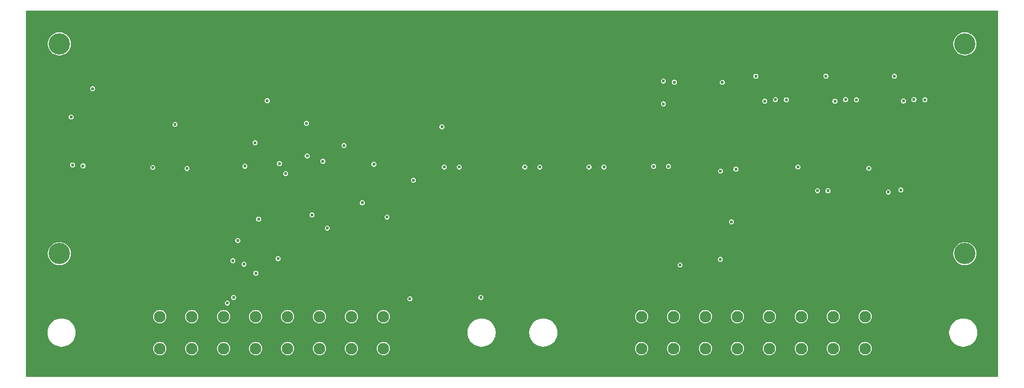
<source format=gbr>
%TF.GenerationSoftware,KiCad,Pcbnew,9.0.7*%
%TF.CreationDate,2026-02-13T14:31:20-08:00*%
%TF.ProjectId,Shutdown,53687574-646f-4776-9e2e-6b696361645f,rev?*%
%TF.SameCoordinates,Original*%
%TF.FileFunction,Copper,L3,Inr*%
%TF.FilePolarity,Positive*%
%FSLAX46Y46*%
G04 Gerber Fmt 4.6, Leading zero omitted, Abs format (unit mm)*
G04 Created by KiCad (PCBNEW 9.0.7) date 2026-02-13 14:31:20*
%MOMM*%
%LPD*%
G01*
G04 APERTURE LIST*
%TA.AperFunction,ComponentPad*%
%ADD10C,3.900000*%
%TD*%
%TA.AperFunction,ComponentPad*%
%ADD11C,2.108200*%
%TD*%
%TA.AperFunction,ViaPad*%
%ADD12C,0.600000*%
%TD*%
G04 APERTURE END LIST*
D10*
%TO.N,unconnected-(MH2-Pad1)_1*%
%TO.C,MH2*%
X265817819Y-100638919D03*
%TD*%
D11*
%TO.N,/BSPD-FAULT-VCU*%
%TO.C,J1*%
X118574579Y-150577519D03*
%TO.N,/BYPASS-BTN*%
X124416579Y-150577519D03*
%TO.N,/HVILS-A*%
X130258579Y-150577519D03*
%TO.N,/CRASH-SW-A*%
X136100579Y-150577519D03*
%TO.N,/BOTS-B*%
X141942579Y-150577519D03*
%TO.N,/SD-POWER*%
X147784579Y-150577519D03*
X153626579Y-150577519D03*
%TO.N,GND*%
X159468579Y-150577519D03*
%TO.N,/BMS-FAULT*%
X118574579Y-156419519D03*
%TO.N,/IMD-FAULT*%
X124416579Y-156419519D03*
%TO.N,/BMS-FAULT-VCU-BUF*%
X130258579Y-156419519D03*
%TO.N,/IMD-FAULT-VCU-BUF*%
X136100579Y-156419519D03*
%TO.N,/BOTS-A*%
X141942579Y-156419519D03*
%TO.N,/BOTS-B*%
X147784579Y-156419519D03*
%TO.N,/CRASH-SW-A*%
X153626579Y-156419519D03*
%TO.N,/BOTS-A*%
X159468579Y-156419519D03*
%TD*%
D10*
%TO.N,unconnected-(MH1-Pad1)_2*%
%TO.C,MH1*%
X100209819Y-100638919D03*
%TD*%
D11*
%TO.N,/TRACTIVE-FAN-ON*%
%TO.C,J2*%
X206687179Y-150577519D03*
%TO.N,/ACCY-FAN-ON*%
X212529179Y-150577519D03*
%TO.N,BATT+*%
X218371179Y-150577519D03*
X224213179Y-150577519D03*
%TO.N,GND*%
X230055179Y-150577519D03*
%TO.N,unconnected-(J2-Pad6)*%
X235897179Y-150577519D03*
%TO.N,unconnected-(J2-Pad7)*%
X241739179Y-150577519D03*
%TO.N,unconnected-(J2-Pad8)*%
X247581179Y-150577519D03*
%TO.N,/PRECHARGE-DEBUG*%
X206687179Y-156419519D03*
%TO.N,/POS-AIRS-DEBUG*%
X212529179Y-156419519D03*
%TO.N,/NEG-AIRS-DEBUG*%
X218371179Y-156419519D03*
%TO.N,/TSSI-STATUS*%
X224213179Y-156419519D03*
%TO.N,GND*%
X230055179Y-156419519D03*
%TO.N,unconnected-(J2-Pad14)*%
X235897179Y-156419519D03*
%TO.N,unconnected-(J2-Pad15)*%
X241739179Y-156419519D03*
%TO.N,unconnected-(J2-Pad16)*%
X247581179Y-156419519D03*
%TD*%
D10*
%TO.N,unconnected-(MH3-Pad1)_2*%
%TO.C,MH3*%
X265817819Y-139043972D03*
%TD*%
%TO.N,unconnected-(MH4-Pad1)_1*%
%TO.C,MH4*%
X100209819Y-139043972D03*
%TD*%
D12*
%TO.N,GND*%
X221129213Y-123929787D03*
X252923789Y-106553000D03*
X134152777Y-123022223D03*
X212677570Y-107648570D03*
X233172000Y-110871000D03*
X254127000Y-127381000D03*
X221107000Y-140081000D03*
X208886089Y-123063000D03*
X160147000Y-132334000D03*
X248252039Y-123417995D03*
X227584000Y-106553000D03*
X102363981Y-114033517D03*
X106299000Y-108839000D03*
X197075089Y-123190000D03*
X185340588Y-123190000D03*
X157734000Y-122682000D03*
X146431000Y-131953000D03*
X145415000Y-115189000D03*
X240797770Y-127519644D03*
X117294765Y-123252279D03*
X149225000Y-134366000D03*
X235298039Y-123163995D03*
X155620251Y-129712251D03*
X213717500Y-141120500D03*
X240416145Y-106553000D03*
X140208000Y-139954000D03*
X136144000Y-142621000D03*
X246004145Y-110871000D03*
X104549395Y-122964395D03*
X258511789Y-110871000D03*
X170608588Y-123190000D03*
X145542000Y-121158000D03*
%TO.N,BATT+PROT*%
X165100000Y-127381000D03*
X145288000Y-129286000D03*
X242029039Y-125830995D03*
X148336000Y-126365000D03*
X221123903Y-146728188D03*
X118364000Y-112141000D03*
X221123903Y-147490188D03*
X221885903Y-147490188D03*
X138463714Y-123477714D03*
X219522006Y-146659268D03*
X247147145Y-109220000D03*
X218760006Y-146659268D03*
X219522006Y-147421268D03*
X219456000Y-107696000D03*
X111506000Y-104521000D03*
X234315000Y-109220000D03*
X220361903Y-146728188D03*
X216338999Y-146669542D03*
X220361903Y-147490188D03*
X254983039Y-126084995D03*
X127762000Y-137033000D03*
X106553000Y-117221000D03*
X149210421Y-136158579D03*
X216338999Y-145907542D03*
X221885903Y-146728188D03*
X107823000Y-115951000D03*
X217100999Y-146669542D03*
X259654789Y-109220000D03*
X121605750Y-123825000D03*
X218760006Y-145897268D03*
X217100999Y-145907542D03*
X218760006Y-147421268D03*
X217862999Y-145907542D03*
X217862999Y-146669542D03*
X219522006Y-145897268D03*
%TO.N,/BYPASS-BTN*%
X221459969Y-107667969D03*
X164973000Y-125603000D03*
X130937000Y-148082000D03*
%TO.N,/HVILS-A*%
X170180000Y-115824000D03*
X132080000Y-147066000D03*
%TO.N,/IMD-FAULT*%
X148404751Y-122115751D03*
%TO.N,/SD-POWER*%
X223945087Y-123571000D03*
X177292000Y-147066000D03*
X164325197Y-147307197D03*
%TO.N,/BMS-FAULT*%
X133985000Y-140970000D03*
X121368787Y-115379500D03*
%TO.N,BATT+*%
X223139000Y-133223000D03*
X210693000Y-111633000D03*
X210693000Y-107442000D03*
%TO.N,/POS-AIRS-DEBUG*%
X242062000Y-111125000D03*
%TO.N,/NEG-AIRS-DEBUG*%
X254586759Y-111096468D03*
%TO.N,/PRECHARGE-DEBUG*%
X229235000Y-111125000D03*
%TO.N,Net-(D1-A)*%
X231166581Y-110829651D03*
%TO.N,Net-(D7-A)*%
X243998726Y-110829651D03*
%TO.N,Net-(D10-A)*%
X256506370Y-110829651D03*
%TO.N,/IMD-Fault-Passthru/OUTPUT*%
X136017000Y-118745000D03*
X152273000Y-119253000D03*
%TO.N,Net-(D22-K)*%
X123571000Y-123444000D03*
%TO.N,Net-(D26-K)*%
X141605000Y-124395465D03*
X140462000Y-122555000D03*
%TO.N,Net-(D30-K)*%
X131953000Y-140335000D03*
X132842000Y-136652000D03*
%TO.N,Net-(D47-A)*%
X102616000Y-122809000D03*
%TO.N,Net-(Q5-S)*%
X238887000Y-127508000D03*
%TO.N,Net-(Q6-S)*%
X251841000Y-127762000D03*
%TO.N,/IMD-FAULT-VCU*%
X136652000Y-132715000D03*
X138231454Y-111035121D03*
%TO.N,Net-(Q18-D)*%
X173336588Y-123190000D03*
%TO.N,Net-(Q19-D)*%
X188068588Y-123190000D03*
%TO.N,Net-(Q20-D)*%
X199803089Y-123190000D03*
%TO.N,Net-(Q21-D)*%
X211614089Y-123063000D03*
%TD*%
%TA.AperFunction,Conductor*%
%TO.N,BATT+PROT*%
G36*
X271789322Y-94543545D02*
G01*
X271856359Y-94563230D01*
X271902113Y-94616034D01*
X271913319Y-94667545D01*
X271913319Y-161525472D01*
X271893634Y-161592511D01*
X271840830Y-161638266D01*
X271789319Y-161649472D01*
X94238319Y-161649472D01*
X94171280Y-161629787D01*
X94125525Y-161576983D01*
X94114319Y-161525472D01*
X94114319Y-156324526D01*
X117367579Y-156324526D01*
X117367579Y-156514511D01*
X117397300Y-156702160D01*
X117456006Y-156882843D01*
X117456007Y-156882846D01*
X117542260Y-157052125D01*
X117653931Y-157205827D01*
X117788271Y-157340167D01*
X117941973Y-157451838D01*
X118024999Y-157494141D01*
X118111251Y-157538090D01*
X118111254Y-157538091D01*
X118201595Y-157567444D01*
X118291939Y-157596798D01*
X118479586Y-157626519D01*
X118479587Y-157626519D01*
X118669571Y-157626519D01*
X118669572Y-157626519D01*
X118857219Y-157596798D01*
X119037906Y-157538090D01*
X119207185Y-157451838D01*
X119360887Y-157340167D01*
X119495227Y-157205827D01*
X119606898Y-157052125D01*
X119693150Y-156882846D01*
X119751858Y-156702159D01*
X119781579Y-156514512D01*
X119781579Y-156324526D01*
X123209579Y-156324526D01*
X123209579Y-156514511D01*
X123239300Y-156702160D01*
X123298006Y-156882843D01*
X123298007Y-156882846D01*
X123384260Y-157052125D01*
X123495931Y-157205827D01*
X123630271Y-157340167D01*
X123783973Y-157451838D01*
X123866999Y-157494141D01*
X123953251Y-157538090D01*
X123953254Y-157538091D01*
X124043595Y-157567444D01*
X124133939Y-157596798D01*
X124321586Y-157626519D01*
X124321587Y-157626519D01*
X124511571Y-157626519D01*
X124511572Y-157626519D01*
X124699219Y-157596798D01*
X124879906Y-157538090D01*
X125049185Y-157451838D01*
X125202887Y-157340167D01*
X125337227Y-157205827D01*
X125448898Y-157052125D01*
X125535150Y-156882846D01*
X125593858Y-156702159D01*
X125623579Y-156514512D01*
X125623579Y-156324526D01*
X129051579Y-156324526D01*
X129051579Y-156514511D01*
X129081300Y-156702160D01*
X129140006Y-156882843D01*
X129140007Y-156882846D01*
X129226260Y-157052125D01*
X129337931Y-157205827D01*
X129472271Y-157340167D01*
X129625973Y-157451838D01*
X129708999Y-157494141D01*
X129795251Y-157538090D01*
X129795254Y-157538091D01*
X129885595Y-157567444D01*
X129975939Y-157596798D01*
X130163586Y-157626519D01*
X130163587Y-157626519D01*
X130353571Y-157626519D01*
X130353572Y-157626519D01*
X130541219Y-157596798D01*
X130721906Y-157538090D01*
X130891185Y-157451838D01*
X131044887Y-157340167D01*
X131179227Y-157205827D01*
X131290898Y-157052125D01*
X131377150Y-156882846D01*
X131435858Y-156702159D01*
X131465579Y-156514512D01*
X131465579Y-156324526D01*
X134893579Y-156324526D01*
X134893579Y-156514511D01*
X134923300Y-156702160D01*
X134982006Y-156882843D01*
X134982007Y-156882846D01*
X135068260Y-157052125D01*
X135179931Y-157205827D01*
X135314271Y-157340167D01*
X135467973Y-157451838D01*
X135550999Y-157494141D01*
X135637251Y-157538090D01*
X135637254Y-157538091D01*
X135727595Y-157567444D01*
X135817939Y-157596798D01*
X136005586Y-157626519D01*
X136005587Y-157626519D01*
X136195571Y-157626519D01*
X136195572Y-157626519D01*
X136383219Y-157596798D01*
X136563906Y-157538090D01*
X136733185Y-157451838D01*
X136886887Y-157340167D01*
X137021227Y-157205827D01*
X137132898Y-157052125D01*
X137219150Y-156882846D01*
X137277858Y-156702159D01*
X137307579Y-156514512D01*
X137307579Y-156324526D01*
X140735579Y-156324526D01*
X140735579Y-156514511D01*
X140765300Y-156702160D01*
X140824006Y-156882843D01*
X140824007Y-156882846D01*
X140910260Y-157052125D01*
X141021931Y-157205827D01*
X141156271Y-157340167D01*
X141309973Y-157451838D01*
X141392999Y-157494141D01*
X141479251Y-157538090D01*
X141479254Y-157538091D01*
X141569595Y-157567444D01*
X141659939Y-157596798D01*
X141847586Y-157626519D01*
X141847587Y-157626519D01*
X142037571Y-157626519D01*
X142037572Y-157626519D01*
X142225219Y-157596798D01*
X142405906Y-157538090D01*
X142575185Y-157451838D01*
X142728887Y-157340167D01*
X142863227Y-157205827D01*
X142974898Y-157052125D01*
X143061150Y-156882846D01*
X143119858Y-156702159D01*
X143149579Y-156514512D01*
X143149579Y-156324526D01*
X146577579Y-156324526D01*
X146577579Y-156514511D01*
X146607300Y-156702160D01*
X146666006Y-156882843D01*
X146666007Y-156882846D01*
X146752260Y-157052125D01*
X146863931Y-157205827D01*
X146998271Y-157340167D01*
X147151973Y-157451838D01*
X147234999Y-157494141D01*
X147321251Y-157538090D01*
X147321254Y-157538091D01*
X147411595Y-157567444D01*
X147501939Y-157596798D01*
X147689586Y-157626519D01*
X147689587Y-157626519D01*
X147879571Y-157626519D01*
X147879572Y-157626519D01*
X148067219Y-157596798D01*
X148247906Y-157538090D01*
X148417185Y-157451838D01*
X148570887Y-157340167D01*
X148705227Y-157205827D01*
X148816898Y-157052125D01*
X148903150Y-156882846D01*
X148961858Y-156702159D01*
X148991579Y-156514512D01*
X148991579Y-156324526D01*
X152419579Y-156324526D01*
X152419579Y-156514511D01*
X152449300Y-156702160D01*
X152508006Y-156882843D01*
X152508007Y-156882846D01*
X152594260Y-157052125D01*
X152705931Y-157205827D01*
X152840271Y-157340167D01*
X152993973Y-157451838D01*
X153076999Y-157494141D01*
X153163251Y-157538090D01*
X153163254Y-157538091D01*
X153253595Y-157567444D01*
X153343939Y-157596798D01*
X153531586Y-157626519D01*
X153531587Y-157626519D01*
X153721571Y-157626519D01*
X153721572Y-157626519D01*
X153909219Y-157596798D01*
X154089906Y-157538090D01*
X154259185Y-157451838D01*
X154412887Y-157340167D01*
X154547227Y-157205827D01*
X154658898Y-157052125D01*
X154745150Y-156882846D01*
X154803858Y-156702159D01*
X154833579Y-156514512D01*
X154833579Y-156324526D01*
X158261579Y-156324526D01*
X158261579Y-156514511D01*
X158291300Y-156702160D01*
X158350006Y-156882843D01*
X158350007Y-156882846D01*
X158436260Y-157052125D01*
X158547931Y-157205827D01*
X158682271Y-157340167D01*
X158835973Y-157451838D01*
X158918999Y-157494141D01*
X159005251Y-157538090D01*
X159005254Y-157538091D01*
X159095595Y-157567444D01*
X159185939Y-157596798D01*
X159373586Y-157626519D01*
X159373587Y-157626519D01*
X159563571Y-157626519D01*
X159563572Y-157626519D01*
X159751219Y-157596798D01*
X159931906Y-157538090D01*
X160101185Y-157451838D01*
X160254887Y-157340167D01*
X160389227Y-157205827D01*
X160500898Y-157052125D01*
X160587150Y-156882846D01*
X160645858Y-156702159D01*
X160675579Y-156514512D01*
X160675579Y-156324526D01*
X205480179Y-156324526D01*
X205480179Y-156514511D01*
X205509900Y-156702160D01*
X205568606Y-156882843D01*
X205568607Y-156882846D01*
X205654860Y-157052125D01*
X205766531Y-157205827D01*
X205900871Y-157340167D01*
X206054573Y-157451838D01*
X206137599Y-157494141D01*
X206223851Y-157538090D01*
X206223854Y-157538091D01*
X206314195Y-157567444D01*
X206404539Y-157596798D01*
X206592186Y-157626519D01*
X206592187Y-157626519D01*
X206782171Y-157626519D01*
X206782172Y-157626519D01*
X206969819Y-157596798D01*
X207150506Y-157538090D01*
X207319785Y-157451838D01*
X207473487Y-157340167D01*
X207607827Y-157205827D01*
X207719498Y-157052125D01*
X207805750Y-156882846D01*
X207864458Y-156702159D01*
X207894179Y-156514512D01*
X207894179Y-156324526D01*
X211322179Y-156324526D01*
X211322179Y-156514511D01*
X211351900Y-156702160D01*
X211410606Y-156882843D01*
X211410607Y-156882846D01*
X211496860Y-157052125D01*
X211608531Y-157205827D01*
X211742871Y-157340167D01*
X211896573Y-157451838D01*
X211979599Y-157494141D01*
X212065851Y-157538090D01*
X212065854Y-157538091D01*
X212156195Y-157567444D01*
X212246539Y-157596798D01*
X212434186Y-157626519D01*
X212434187Y-157626519D01*
X212624171Y-157626519D01*
X212624172Y-157626519D01*
X212811819Y-157596798D01*
X212992506Y-157538090D01*
X213161785Y-157451838D01*
X213315487Y-157340167D01*
X213449827Y-157205827D01*
X213561498Y-157052125D01*
X213647750Y-156882846D01*
X213706458Y-156702159D01*
X213736179Y-156514512D01*
X213736179Y-156324526D01*
X217164179Y-156324526D01*
X217164179Y-156514511D01*
X217193900Y-156702160D01*
X217252606Y-156882843D01*
X217252607Y-156882846D01*
X217338860Y-157052125D01*
X217450531Y-157205827D01*
X217584871Y-157340167D01*
X217738573Y-157451838D01*
X217821599Y-157494141D01*
X217907851Y-157538090D01*
X217907854Y-157538091D01*
X217998195Y-157567444D01*
X218088539Y-157596798D01*
X218276186Y-157626519D01*
X218276187Y-157626519D01*
X218466171Y-157626519D01*
X218466172Y-157626519D01*
X218653819Y-157596798D01*
X218834506Y-157538090D01*
X219003785Y-157451838D01*
X219157487Y-157340167D01*
X219291827Y-157205827D01*
X219403498Y-157052125D01*
X219489750Y-156882846D01*
X219548458Y-156702159D01*
X219578179Y-156514512D01*
X219578179Y-156324526D01*
X223006179Y-156324526D01*
X223006179Y-156514511D01*
X223035900Y-156702160D01*
X223094606Y-156882843D01*
X223094607Y-156882846D01*
X223180860Y-157052125D01*
X223292531Y-157205827D01*
X223426871Y-157340167D01*
X223580573Y-157451838D01*
X223663599Y-157494141D01*
X223749851Y-157538090D01*
X223749854Y-157538091D01*
X223840195Y-157567444D01*
X223930539Y-157596798D01*
X224118186Y-157626519D01*
X224118187Y-157626519D01*
X224308171Y-157626519D01*
X224308172Y-157626519D01*
X224495819Y-157596798D01*
X224676506Y-157538090D01*
X224845785Y-157451838D01*
X224999487Y-157340167D01*
X225133827Y-157205827D01*
X225245498Y-157052125D01*
X225331750Y-156882846D01*
X225390458Y-156702159D01*
X225420179Y-156514512D01*
X225420179Y-156324526D01*
X228848179Y-156324526D01*
X228848179Y-156514511D01*
X228877900Y-156702160D01*
X228936606Y-156882843D01*
X228936607Y-156882846D01*
X229022860Y-157052125D01*
X229134531Y-157205827D01*
X229268871Y-157340167D01*
X229422573Y-157451838D01*
X229505599Y-157494141D01*
X229591851Y-157538090D01*
X229591854Y-157538091D01*
X229682195Y-157567444D01*
X229772539Y-157596798D01*
X229960186Y-157626519D01*
X229960187Y-157626519D01*
X230150171Y-157626519D01*
X230150172Y-157626519D01*
X230337819Y-157596798D01*
X230518506Y-157538090D01*
X230687785Y-157451838D01*
X230841487Y-157340167D01*
X230975827Y-157205827D01*
X231087498Y-157052125D01*
X231173750Y-156882846D01*
X231232458Y-156702159D01*
X231262179Y-156514512D01*
X231262179Y-156324526D01*
X234690179Y-156324526D01*
X234690179Y-156514511D01*
X234719900Y-156702160D01*
X234778606Y-156882843D01*
X234778607Y-156882846D01*
X234864860Y-157052125D01*
X234976531Y-157205827D01*
X235110871Y-157340167D01*
X235264573Y-157451838D01*
X235347599Y-157494141D01*
X235433851Y-157538090D01*
X235433854Y-157538091D01*
X235524195Y-157567444D01*
X235614539Y-157596798D01*
X235802186Y-157626519D01*
X235802187Y-157626519D01*
X235992171Y-157626519D01*
X235992172Y-157626519D01*
X236179819Y-157596798D01*
X236360506Y-157538090D01*
X236529785Y-157451838D01*
X236683487Y-157340167D01*
X236817827Y-157205827D01*
X236929498Y-157052125D01*
X237015750Y-156882846D01*
X237074458Y-156702159D01*
X237104179Y-156514512D01*
X237104179Y-156324526D01*
X240532179Y-156324526D01*
X240532179Y-156514511D01*
X240561900Y-156702160D01*
X240620606Y-156882843D01*
X240620607Y-156882846D01*
X240706860Y-157052125D01*
X240818531Y-157205827D01*
X240952871Y-157340167D01*
X241106573Y-157451838D01*
X241189599Y-157494141D01*
X241275851Y-157538090D01*
X241275854Y-157538091D01*
X241366195Y-157567444D01*
X241456539Y-157596798D01*
X241644186Y-157626519D01*
X241644187Y-157626519D01*
X241834171Y-157626519D01*
X241834172Y-157626519D01*
X242021819Y-157596798D01*
X242202506Y-157538090D01*
X242371785Y-157451838D01*
X242525487Y-157340167D01*
X242659827Y-157205827D01*
X242771498Y-157052125D01*
X242857750Y-156882846D01*
X242916458Y-156702159D01*
X242946179Y-156514512D01*
X242946179Y-156324526D01*
X246374179Y-156324526D01*
X246374179Y-156514511D01*
X246403900Y-156702160D01*
X246462606Y-156882843D01*
X246462607Y-156882846D01*
X246548860Y-157052125D01*
X246660531Y-157205827D01*
X246794871Y-157340167D01*
X246948573Y-157451838D01*
X247031599Y-157494141D01*
X247117851Y-157538090D01*
X247117854Y-157538091D01*
X247208195Y-157567444D01*
X247298539Y-157596798D01*
X247486186Y-157626519D01*
X247486187Y-157626519D01*
X247676171Y-157626519D01*
X247676172Y-157626519D01*
X247863819Y-157596798D01*
X248044506Y-157538090D01*
X248213785Y-157451838D01*
X248367487Y-157340167D01*
X248501827Y-157205827D01*
X248613498Y-157052125D01*
X248699750Y-156882846D01*
X248758458Y-156702159D01*
X248788179Y-156514512D01*
X248788179Y-156324526D01*
X248758458Y-156136879D01*
X248699750Y-155956192D01*
X248699750Y-155956191D01*
X248613497Y-155786912D01*
X248593164Y-155758926D01*
X248501827Y-155633211D01*
X248367487Y-155498871D01*
X248213785Y-155387200D01*
X248044506Y-155300947D01*
X248044503Y-155300946D01*
X247863820Y-155242240D01*
X247720045Y-155219468D01*
X247676172Y-155212519D01*
X247486186Y-155212519D01*
X247442319Y-155219467D01*
X247298537Y-155242240D01*
X247117854Y-155300946D01*
X247117851Y-155300947D01*
X246948572Y-155387200D01*
X246860880Y-155450912D01*
X246794871Y-155498871D01*
X246794869Y-155498873D01*
X246794868Y-155498873D01*
X246660533Y-155633208D01*
X246660533Y-155633209D01*
X246660531Y-155633211D01*
X246612572Y-155699220D01*
X246548860Y-155786912D01*
X246462607Y-155956191D01*
X246462606Y-155956194D01*
X246403900Y-156136877D01*
X246374179Y-156324526D01*
X242946179Y-156324526D01*
X242916458Y-156136879D01*
X242857750Y-155956192D01*
X242857750Y-155956191D01*
X242771497Y-155786912D01*
X242751164Y-155758926D01*
X242659827Y-155633211D01*
X242525487Y-155498871D01*
X242371785Y-155387200D01*
X242202506Y-155300947D01*
X242202503Y-155300946D01*
X242021820Y-155242240D01*
X241878045Y-155219468D01*
X241834172Y-155212519D01*
X241644186Y-155212519D01*
X241600319Y-155219467D01*
X241456537Y-155242240D01*
X241275854Y-155300946D01*
X241275851Y-155300947D01*
X241106572Y-155387200D01*
X241018880Y-155450912D01*
X240952871Y-155498871D01*
X240952869Y-155498873D01*
X240952868Y-155498873D01*
X240818533Y-155633208D01*
X240818533Y-155633209D01*
X240818531Y-155633211D01*
X240770572Y-155699220D01*
X240706860Y-155786912D01*
X240620607Y-155956191D01*
X240620606Y-155956194D01*
X240561900Y-156136877D01*
X240532179Y-156324526D01*
X237104179Y-156324526D01*
X237074458Y-156136879D01*
X237015750Y-155956192D01*
X237015750Y-155956191D01*
X236929497Y-155786912D01*
X236909164Y-155758926D01*
X236817827Y-155633211D01*
X236683487Y-155498871D01*
X236529785Y-155387200D01*
X236360506Y-155300947D01*
X236360503Y-155300946D01*
X236179820Y-155242240D01*
X236036045Y-155219468D01*
X235992172Y-155212519D01*
X235802186Y-155212519D01*
X235758319Y-155219467D01*
X235614537Y-155242240D01*
X235433854Y-155300946D01*
X235433851Y-155300947D01*
X235264572Y-155387200D01*
X235176880Y-155450912D01*
X235110871Y-155498871D01*
X235110869Y-155498873D01*
X235110868Y-155498873D01*
X234976533Y-155633208D01*
X234976533Y-155633209D01*
X234976531Y-155633211D01*
X234928572Y-155699220D01*
X234864860Y-155786912D01*
X234778607Y-155956191D01*
X234778606Y-155956194D01*
X234719900Y-156136877D01*
X234690179Y-156324526D01*
X231262179Y-156324526D01*
X231232458Y-156136879D01*
X231173750Y-155956192D01*
X231173750Y-155956191D01*
X231087497Y-155786912D01*
X231067164Y-155758926D01*
X230975827Y-155633211D01*
X230841487Y-155498871D01*
X230687785Y-155387200D01*
X230518506Y-155300947D01*
X230518503Y-155300946D01*
X230337820Y-155242240D01*
X230194045Y-155219468D01*
X230150172Y-155212519D01*
X229960186Y-155212519D01*
X229916319Y-155219467D01*
X229772537Y-155242240D01*
X229591854Y-155300946D01*
X229591851Y-155300947D01*
X229422572Y-155387200D01*
X229334880Y-155450912D01*
X229268871Y-155498871D01*
X229268869Y-155498873D01*
X229268868Y-155498873D01*
X229134533Y-155633208D01*
X229134533Y-155633209D01*
X229134531Y-155633211D01*
X229086572Y-155699220D01*
X229022860Y-155786912D01*
X228936607Y-155956191D01*
X228936606Y-155956194D01*
X228877900Y-156136877D01*
X228848179Y-156324526D01*
X225420179Y-156324526D01*
X225390458Y-156136879D01*
X225331750Y-155956192D01*
X225331750Y-155956191D01*
X225245497Y-155786912D01*
X225225164Y-155758926D01*
X225133827Y-155633211D01*
X224999487Y-155498871D01*
X224845785Y-155387200D01*
X224676506Y-155300947D01*
X224676503Y-155300946D01*
X224495820Y-155242240D01*
X224352045Y-155219468D01*
X224308172Y-155212519D01*
X224118186Y-155212519D01*
X224074319Y-155219467D01*
X223930537Y-155242240D01*
X223749854Y-155300946D01*
X223749851Y-155300947D01*
X223580572Y-155387200D01*
X223492880Y-155450912D01*
X223426871Y-155498871D01*
X223426869Y-155498873D01*
X223426868Y-155498873D01*
X223292533Y-155633208D01*
X223292533Y-155633209D01*
X223292531Y-155633211D01*
X223244572Y-155699220D01*
X223180860Y-155786912D01*
X223094607Y-155956191D01*
X223094606Y-155956194D01*
X223035900Y-156136877D01*
X223006179Y-156324526D01*
X219578179Y-156324526D01*
X219548458Y-156136879D01*
X219489750Y-155956192D01*
X219489750Y-155956191D01*
X219403497Y-155786912D01*
X219383164Y-155758926D01*
X219291827Y-155633211D01*
X219157487Y-155498871D01*
X219003785Y-155387200D01*
X218834506Y-155300947D01*
X218834503Y-155300946D01*
X218653820Y-155242240D01*
X218510045Y-155219468D01*
X218466172Y-155212519D01*
X218276186Y-155212519D01*
X218232319Y-155219467D01*
X218088537Y-155242240D01*
X217907854Y-155300946D01*
X217907851Y-155300947D01*
X217738572Y-155387200D01*
X217650880Y-155450912D01*
X217584871Y-155498871D01*
X217584869Y-155498873D01*
X217584868Y-155498873D01*
X217450533Y-155633208D01*
X217450533Y-155633209D01*
X217450531Y-155633211D01*
X217402572Y-155699220D01*
X217338860Y-155786912D01*
X217252607Y-155956191D01*
X217252606Y-155956194D01*
X217193900Y-156136877D01*
X217164179Y-156324526D01*
X213736179Y-156324526D01*
X213706458Y-156136879D01*
X213647750Y-155956192D01*
X213647750Y-155956191D01*
X213561497Y-155786912D01*
X213541164Y-155758926D01*
X213449827Y-155633211D01*
X213315487Y-155498871D01*
X213161785Y-155387200D01*
X212992506Y-155300947D01*
X212992503Y-155300946D01*
X212811820Y-155242240D01*
X212668045Y-155219468D01*
X212624172Y-155212519D01*
X212434186Y-155212519D01*
X212390319Y-155219467D01*
X212246537Y-155242240D01*
X212065854Y-155300946D01*
X212065851Y-155300947D01*
X211896572Y-155387200D01*
X211808880Y-155450912D01*
X211742871Y-155498871D01*
X211742869Y-155498873D01*
X211742868Y-155498873D01*
X211608533Y-155633208D01*
X211608533Y-155633209D01*
X211608531Y-155633211D01*
X211560572Y-155699220D01*
X211496860Y-155786912D01*
X211410607Y-155956191D01*
X211410606Y-155956194D01*
X211351900Y-156136877D01*
X211322179Y-156324526D01*
X207894179Y-156324526D01*
X207864458Y-156136879D01*
X207805750Y-155956192D01*
X207805750Y-155956191D01*
X207719497Y-155786912D01*
X207699164Y-155758926D01*
X207607827Y-155633211D01*
X207473487Y-155498871D01*
X207319785Y-155387200D01*
X207150506Y-155300947D01*
X207150503Y-155300946D01*
X206969820Y-155242240D01*
X206826045Y-155219468D01*
X206782172Y-155212519D01*
X206592186Y-155212519D01*
X206548319Y-155219467D01*
X206404537Y-155242240D01*
X206223854Y-155300946D01*
X206223851Y-155300947D01*
X206054572Y-155387200D01*
X205966880Y-155450912D01*
X205900871Y-155498871D01*
X205900869Y-155498873D01*
X205900868Y-155498873D01*
X205766533Y-155633208D01*
X205766533Y-155633209D01*
X205766531Y-155633211D01*
X205718572Y-155699220D01*
X205654860Y-155786912D01*
X205568607Y-155956191D01*
X205568606Y-155956194D01*
X205509900Y-156136877D01*
X205480179Y-156324526D01*
X160675579Y-156324526D01*
X160645858Y-156136879D01*
X160587150Y-155956192D01*
X160587150Y-155956191D01*
X160500897Y-155786912D01*
X160480564Y-155758926D01*
X160389227Y-155633211D01*
X160254887Y-155498871D01*
X160101185Y-155387200D01*
X159931906Y-155300947D01*
X159931903Y-155300946D01*
X159751220Y-155242240D01*
X159607445Y-155219468D01*
X159563572Y-155212519D01*
X159373586Y-155212519D01*
X159329719Y-155219467D01*
X159185937Y-155242240D01*
X159005254Y-155300946D01*
X159005251Y-155300947D01*
X158835972Y-155387200D01*
X158748280Y-155450912D01*
X158682271Y-155498871D01*
X158682269Y-155498873D01*
X158682268Y-155498873D01*
X158547933Y-155633208D01*
X158547933Y-155633209D01*
X158547931Y-155633211D01*
X158499972Y-155699220D01*
X158436260Y-155786912D01*
X158350007Y-155956191D01*
X158350006Y-155956194D01*
X158291300Y-156136877D01*
X158261579Y-156324526D01*
X154833579Y-156324526D01*
X154803858Y-156136879D01*
X154745150Y-155956192D01*
X154745150Y-155956191D01*
X154658897Y-155786912D01*
X154638564Y-155758926D01*
X154547227Y-155633211D01*
X154412887Y-155498871D01*
X154259185Y-155387200D01*
X154089906Y-155300947D01*
X154089903Y-155300946D01*
X153909220Y-155242240D01*
X153765445Y-155219468D01*
X153721572Y-155212519D01*
X153531586Y-155212519D01*
X153487719Y-155219467D01*
X153343937Y-155242240D01*
X153163254Y-155300946D01*
X153163251Y-155300947D01*
X152993972Y-155387200D01*
X152906280Y-155450912D01*
X152840271Y-155498871D01*
X152840269Y-155498873D01*
X152840268Y-155498873D01*
X152705933Y-155633208D01*
X152705933Y-155633209D01*
X152705931Y-155633211D01*
X152657972Y-155699220D01*
X152594260Y-155786912D01*
X152508007Y-155956191D01*
X152508006Y-155956194D01*
X152449300Y-156136877D01*
X152419579Y-156324526D01*
X148991579Y-156324526D01*
X148961858Y-156136879D01*
X148903150Y-155956192D01*
X148903150Y-155956191D01*
X148816897Y-155786912D01*
X148796564Y-155758926D01*
X148705227Y-155633211D01*
X148570887Y-155498871D01*
X148417185Y-155387200D01*
X148247906Y-155300947D01*
X148247903Y-155300946D01*
X148067220Y-155242240D01*
X147923445Y-155219468D01*
X147879572Y-155212519D01*
X147689586Y-155212519D01*
X147645719Y-155219467D01*
X147501937Y-155242240D01*
X147321254Y-155300946D01*
X147321251Y-155300947D01*
X147151972Y-155387200D01*
X147064280Y-155450912D01*
X146998271Y-155498871D01*
X146998269Y-155498873D01*
X146998268Y-155498873D01*
X146863933Y-155633208D01*
X146863933Y-155633209D01*
X146863931Y-155633211D01*
X146815972Y-155699220D01*
X146752260Y-155786912D01*
X146666007Y-155956191D01*
X146666006Y-155956194D01*
X146607300Y-156136877D01*
X146577579Y-156324526D01*
X143149579Y-156324526D01*
X143119858Y-156136879D01*
X143061150Y-155956192D01*
X143061150Y-155956191D01*
X142974897Y-155786912D01*
X142954564Y-155758926D01*
X142863227Y-155633211D01*
X142728887Y-155498871D01*
X142575185Y-155387200D01*
X142405906Y-155300947D01*
X142405903Y-155300946D01*
X142225220Y-155242240D01*
X142081445Y-155219468D01*
X142037572Y-155212519D01*
X141847586Y-155212519D01*
X141803719Y-155219467D01*
X141659937Y-155242240D01*
X141479254Y-155300946D01*
X141479251Y-155300947D01*
X141309972Y-155387200D01*
X141222280Y-155450912D01*
X141156271Y-155498871D01*
X141156269Y-155498873D01*
X141156268Y-155498873D01*
X141021933Y-155633208D01*
X141021933Y-155633209D01*
X141021931Y-155633211D01*
X140973972Y-155699220D01*
X140910260Y-155786912D01*
X140824007Y-155956191D01*
X140824006Y-155956194D01*
X140765300Y-156136877D01*
X140735579Y-156324526D01*
X137307579Y-156324526D01*
X137277858Y-156136879D01*
X137219150Y-155956192D01*
X137219150Y-155956191D01*
X137132897Y-155786912D01*
X137112564Y-155758926D01*
X137021227Y-155633211D01*
X136886887Y-155498871D01*
X136733185Y-155387200D01*
X136563906Y-155300947D01*
X136563903Y-155300946D01*
X136383220Y-155242240D01*
X136239445Y-155219468D01*
X136195572Y-155212519D01*
X136005586Y-155212519D01*
X135961719Y-155219467D01*
X135817937Y-155242240D01*
X135637254Y-155300946D01*
X135637251Y-155300947D01*
X135467972Y-155387200D01*
X135380280Y-155450912D01*
X135314271Y-155498871D01*
X135314269Y-155498873D01*
X135314268Y-155498873D01*
X135179933Y-155633208D01*
X135179933Y-155633209D01*
X135179931Y-155633211D01*
X135131972Y-155699220D01*
X135068260Y-155786912D01*
X134982007Y-155956191D01*
X134982006Y-155956194D01*
X134923300Y-156136877D01*
X134893579Y-156324526D01*
X131465579Y-156324526D01*
X131435858Y-156136879D01*
X131377150Y-155956192D01*
X131377150Y-155956191D01*
X131290897Y-155786912D01*
X131270564Y-155758926D01*
X131179227Y-155633211D01*
X131044887Y-155498871D01*
X130891185Y-155387200D01*
X130721906Y-155300947D01*
X130721903Y-155300946D01*
X130541220Y-155242240D01*
X130397445Y-155219468D01*
X130353572Y-155212519D01*
X130163586Y-155212519D01*
X130119719Y-155219467D01*
X129975937Y-155242240D01*
X129795254Y-155300946D01*
X129795251Y-155300947D01*
X129625972Y-155387200D01*
X129538280Y-155450912D01*
X129472271Y-155498871D01*
X129472269Y-155498873D01*
X129472268Y-155498873D01*
X129337933Y-155633208D01*
X129337933Y-155633209D01*
X129337931Y-155633211D01*
X129289972Y-155699220D01*
X129226260Y-155786912D01*
X129140007Y-155956191D01*
X129140006Y-155956194D01*
X129081300Y-156136877D01*
X129051579Y-156324526D01*
X125623579Y-156324526D01*
X125593858Y-156136879D01*
X125535150Y-155956192D01*
X125535150Y-155956191D01*
X125448897Y-155786912D01*
X125428564Y-155758926D01*
X125337227Y-155633211D01*
X125202887Y-155498871D01*
X125049185Y-155387200D01*
X124879906Y-155300947D01*
X124879903Y-155300946D01*
X124699220Y-155242240D01*
X124555445Y-155219468D01*
X124511572Y-155212519D01*
X124321586Y-155212519D01*
X124277719Y-155219467D01*
X124133937Y-155242240D01*
X123953254Y-155300946D01*
X123953251Y-155300947D01*
X123783972Y-155387200D01*
X123696280Y-155450912D01*
X123630271Y-155498871D01*
X123630269Y-155498873D01*
X123630268Y-155498873D01*
X123495933Y-155633208D01*
X123495933Y-155633209D01*
X123495931Y-155633211D01*
X123447972Y-155699220D01*
X123384260Y-155786912D01*
X123298007Y-155956191D01*
X123298006Y-155956194D01*
X123239300Y-156136877D01*
X123209579Y-156324526D01*
X119781579Y-156324526D01*
X119751858Y-156136879D01*
X119693150Y-155956192D01*
X119693150Y-155956191D01*
X119606897Y-155786912D01*
X119586564Y-155758926D01*
X119495227Y-155633211D01*
X119360887Y-155498871D01*
X119207185Y-155387200D01*
X119037906Y-155300947D01*
X119037903Y-155300946D01*
X118857220Y-155242240D01*
X118713445Y-155219468D01*
X118669572Y-155212519D01*
X118479586Y-155212519D01*
X118435719Y-155219467D01*
X118291937Y-155242240D01*
X118111254Y-155300946D01*
X118111251Y-155300947D01*
X117941972Y-155387200D01*
X117854280Y-155450912D01*
X117788271Y-155498871D01*
X117788269Y-155498873D01*
X117788268Y-155498873D01*
X117653933Y-155633208D01*
X117653933Y-155633209D01*
X117653931Y-155633211D01*
X117605972Y-155699220D01*
X117542260Y-155786912D01*
X117456007Y-155956191D01*
X117456006Y-155956194D01*
X117397300Y-156136877D01*
X117367579Y-156324526D01*
X94114319Y-156324526D01*
X94114319Y-153353701D01*
X98038179Y-153353701D01*
X98038179Y-153643336D01*
X98070603Y-153931116D01*
X98070606Y-153931134D01*
X98135051Y-154213487D01*
X98135056Y-154213503D01*
X98230707Y-154486854D01*
X98230716Y-154486876D01*
X98356368Y-154747796D01*
X98356372Y-154747802D01*
X98510460Y-154993032D01*
X98691037Y-155219468D01*
X98895830Y-155424261D01*
X99122266Y-155604838D01*
X99367496Y-155758926D01*
X99367501Y-155758929D01*
X99628421Y-155884581D01*
X99628430Y-155884584D01*
X99628437Y-155884588D01*
X99628443Y-155884590D01*
X99901794Y-155980241D01*
X99901799Y-155980242D01*
X99901806Y-155980245D01*
X100184167Y-156044692D01*
X100184173Y-156044692D01*
X100184181Y-156044694D01*
X100376034Y-156066310D01*
X100471962Y-156077118D01*
X100471965Y-156077119D01*
X100471968Y-156077119D01*
X100761593Y-156077119D01*
X100761594Y-156077118D01*
X100908673Y-156060546D01*
X101049376Y-156044694D01*
X101049381Y-156044693D01*
X101049391Y-156044692D01*
X101331752Y-155980245D01*
X101605121Y-155884588D01*
X101866062Y-155758926D01*
X102111292Y-155604838D01*
X102337728Y-155424261D01*
X102542521Y-155219468D01*
X102723098Y-154993032D01*
X102877186Y-154747802D01*
X103002848Y-154486861D01*
X103098505Y-154213492D01*
X103162952Y-153931131D01*
X103195379Y-153643330D01*
X103195379Y-153353708D01*
X103195378Y-153353701D01*
X174847779Y-153353701D01*
X174847779Y-153643336D01*
X174880203Y-153931116D01*
X174880206Y-153931134D01*
X174944651Y-154213487D01*
X174944656Y-154213503D01*
X175040307Y-154486854D01*
X175040316Y-154486876D01*
X175165968Y-154747796D01*
X175165972Y-154747802D01*
X175320060Y-154993032D01*
X175500637Y-155219468D01*
X175705430Y-155424261D01*
X175931866Y-155604838D01*
X176177096Y-155758926D01*
X176177101Y-155758929D01*
X176438021Y-155884581D01*
X176438030Y-155884584D01*
X176438037Y-155884588D01*
X176438043Y-155884590D01*
X176711394Y-155980241D01*
X176711399Y-155980242D01*
X176711406Y-155980245D01*
X176993767Y-156044692D01*
X176993773Y-156044692D01*
X176993781Y-156044694D01*
X177185634Y-156066310D01*
X177281562Y-156077118D01*
X177281565Y-156077119D01*
X177281568Y-156077119D01*
X177571193Y-156077119D01*
X177571194Y-156077118D01*
X177718273Y-156060546D01*
X177858976Y-156044694D01*
X177858981Y-156044693D01*
X177858991Y-156044692D01*
X178141352Y-155980245D01*
X178414721Y-155884588D01*
X178675662Y-155758926D01*
X178920892Y-155604838D01*
X179147328Y-155424261D01*
X179352121Y-155219468D01*
X179532698Y-154993032D01*
X179686786Y-154747802D01*
X179812448Y-154486861D01*
X179908105Y-154213492D01*
X179972552Y-153931131D01*
X180004979Y-153643330D01*
X180004979Y-153353708D01*
X180004978Y-153353701D01*
X186150779Y-153353701D01*
X186150779Y-153643336D01*
X186183203Y-153931116D01*
X186183206Y-153931134D01*
X186247651Y-154213487D01*
X186247656Y-154213503D01*
X186343307Y-154486854D01*
X186343316Y-154486876D01*
X186468968Y-154747796D01*
X186468972Y-154747802D01*
X186623060Y-154993032D01*
X186803637Y-155219468D01*
X187008430Y-155424261D01*
X187234866Y-155604838D01*
X187480096Y-155758926D01*
X187480101Y-155758929D01*
X187741021Y-155884581D01*
X187741030Y-155884584D01*
X187741037Y-155884588D01*
X187741043Y-155884590D01*
X188014394Y-155980241D01*
X188014399Y-155980242D01*
X188014406Y-155980245D01*
X188296767Y-156044692D01*
X188296773Y-156044692D01*
X188296781Y-156044694D01*
X188488634Y-156066310D01*
X188584562Y-156077118D01*
X188584565Y-156077119D01*
X188584568Y-156077119D01*
X188874193Y-156077119D01*
X188874194Y-156077118D01*
X189021273Y-156060546D01*
X189161976Y-156044694D01*
X189161981Y-156044693D01*
X189161991Y-156044692D01*
X189444352Y-155980245D01*
X189717721Y-155884588D01*
X189978662Y-155758926D01*
X190223892Y-155604838D01*
X190450328Y-155424261D01*
X190655121Y-155219468D01*
X190835698Y-154993032D01*
X190989786Y-154747802D01*
X191115448Y-154486861D01*
X191211105Y-154213492D01*
X191275552Y-153931131D01*
X191307979Y-153643330D01*
X191307979Y-153353708D01*
X191307978Y-153353701D01*
X262960379Y-153353701D01*
X262960379Y-153643336D01*
X262992803Y-153931116D01*
X262992806Y-153931134D01*
X263057251Y-154213487D01*
X263057256Y-154213503D01*
X263152907Y-154486854D01*
X263152916Y-154486876D01*
X263278568Y-154747796D01*
X263278572Y-154747802D01*
X263432660Y-154993032D01*
X263613237Y-155219468D01*
X263818030Y-155424261D01*
X264044466Y-155604838D01*
X264289696Y-155758926D01*
X264289701Y-155758929D01*
X264550621Y-155884581D01*
X264550630Y-155884584D01*
X264550637Y-155884588D01*
X264550643Y-155884590D01*
X264823994Y-155980241D01*
X264823999Y-155980242D01*
X264824006Y-155980245D01*
X265106367Y-156044692D01*
X265106373Y-156044692D01*
X265106381Y-156044694D01*
X265298234Y-156066310D01*
X265394162Y-156077118D01*
X265394165Y-156077119D01*
X265394168Y-156077119D01*
X265683793Y-156077119D01*
X265683794Y-156077118D01*
X265830873Y-156060546D01*
X265971576Y-156044694D01*
X265971581Y-156044693D01*
X265971591Y-156044692D01*
X266253952Y-155980245D01*
X266527321Y-155884588D01*
X266788262Y-155758926D01*
X267033492Y-155604838D01*
X267259928Y-155424261D01*
X267464721Y-155219468D01*
X267645298Y-154993032D01*
X267799386Y-154747802D01*
X267925048Y-154486861D01*
X268020705Y-154213492D01*
X268085152Y-153931131D01*
X268117579Y-153643330D01*
X268117579Y-153353708D01*
X268085152Y-153065907D01*
X268020705Y-152783546D01*
X267925048Y-152510177D01*
X267925044Y-152510170D01*
X267925041Y-152510161D01*
X267799389Y-152249241D01*
X267799386Y-152249236D01*
X267645298Y-152004006D01*
X267464721Y-151777570D01*
X267259928Y-151572777D01*
X267033492Y-151392200D01*
X266788262Y-151238112D01*
X266788263Y-151238112D01*
X266788256Y-151238108D01*
X266527336Y-151112456D01*
X266527314Y-151112447D01*
X266253963Y-151016796D01*
X266253947Y-151016791D01*
X265971594Y-150952346D01*
X265971576Y-150952343D01*
X265683796Y-150919919D01*
X265683790Y-150919919D01*
X265394168Y-150919919D01*
X265394161Y-150919919D01*
X265106381Y-150952343D01*
X265106363Y-150952346D01*
X264824010Y-151016791D01*
X264823994Y-151016796D01*
X264550643Y-151112447D01*
X264550621Y-151112456D01*
X264289701Y-151238108D01*
X264044467Y-151392199D01*
X263818030Y-151572776D01*
X263613236Y-151777570D01*
X263432659Y-152004007D01*
X263278568Y-152249241D01*
X263152916Y-152510161D01*
X263152907Y-152510183D01*
X263057256Y-152783534D01*
X263057251Y-152783550D01*
X262992806Y-153065903D01*
X262992803Y-153065921D01*
X262960379Y-153353701D01*
X191307978Y-153353701D01*
X191275552Y-153065907D01*
X191211105Y-152783546D01*
X191115448Y-152510177D01*
X191115444Y-152510170D01*
X191115441Y-152510161D01*
X190989789Y-152249241D01*
X190989786Y-152249236D01*
X190835698Y-152004006D01*
X190655121Y-151777570D01*
X190450328Y-151572777D01*
X190223892Y-151392200D01*
X189978662Y-151238112D01*
X189978663Y-151238112D01*
X189978656Y-151238108D01*
X189717736Y-151112456D01*
X189717714Y-151112447D01*
X189444363Y-151016796D01*
X189444347Y-151016791D01*
X189161994Y-150952346D01*
X189161976Y-150952343D01*
X188874196Y-150919919D01*
X188874190Y-150919919D01*
X188584568Y-150919919D01*
X188584561Y-150919919D01*
X188296781Y-150952343D01*
X188296763Y-150952346D01*
X188014410Y-151016791D01*
X188014394Y-151016796D01*
X187741043Y-151112447D01*
X187741021Y-151112456D01*
X187480101Y-151238108D01*
X187234867Y-151392199D01*
X187008430Y-151572776D01*
X186803636Y-151777570D01*
X186623059Y-152004007D01*
X186468968Y-152249241D01*
X186343316Y-152510161D01*
X186343307Y-152510183D01*
X186247656Y-152783534D01*
X186247651Y-152783550D01*
X186183206Y-153065903D01*
X186183203Y-153065921D01*
X186150779Y-153353701D01*
X180004978Y-153353701D01*
X179972552Y-153065907D01*
X179908105Y-152783546D01*
X179812448Y-152510177D01*
X179812444Y-152510170D01*
X179812441Y-152510161D01*
X179686789Y-152249241D01*
X179686786Y-152249236D01*
X179532698Y-152004006D01*
X179352121Y-151777570D01*
X179147328Y-151572777D01*
X178920892Y-151392200D01*
X178675662Y-151238112D01*
X178675663Y-151238112D01*
X178675656Y-151238108D01*
X178414736Y-151112456D01*
X178414714Y-151112447D01*
X178141363Y-151016796D01*
X178141347Y-151016791D01*
X177858994Y-150952346D01*
X177858976Y-150952343D01*
X177571196Y-150919919D01*
X177571190Y-150919919D01*
X177281568Y-150919919D01*
X177281561Y-150919919D01*
X176993781Y-150952343D01*
X176993763Y-150952346D01*
X176711410Y-151016791D01*
X176711394Y-151016796D01*
X176438043Y-151112447D01*
X176438021Y-151112456D01*
X176177101Y-151238108D01*
X175931867Y-151392199D01*
X175705430Y-151572776D01*
X175500636Y-151777570D01*
X175320059Y-152004007D01*
X175165968Y-152249241D01*
X175040316Y-152510161D01*
X175040307Y-152510183D01*
X174944656Y-152783534D01*
X174944651Y-152783550D01*
X174880206Y-153065903D01*
X174880203Y-153065921D01*
X174847779Y-153353701D01*
X103195378Y-153353701D01*
X103162952Y-153065907D01*
X103098505Y-152783546D01*
X103002848Y-152510177D01*
X103002844Y-152510170D01*
X103002841Y-152510161D01*
X102877189Y-152249241D01*
X102877186Y-152249236D01*
X102723098Y-152004006D01*
X102542521Y-151777570D01*
X102337728Y-151572777D01*
X102111292Y-151392200D01*
X101866062Y-151238112D01*
X101866063Y-151238112D01*
X101866056Y-151238108D01*
X101605136Y-151112456D01*
X101605114Y-151112447D01*
X101331763Y-151016796D01*
X101331747Y-151016791D01*
X101049394Y-150952346D01*
X101049376Y-150952343D01*
X100761596Y-150919919D01*
X100761590Y-150919919D01*
X100471968Y-150919919D01*
X100471961Y-150919919D01*
X100184181Y-150952343D01*
X100184163Y-150952346D01*
X99901810Y-151016791D01*
X99901794Y-151016796D01*
X99628443Y-151112447D01*
X99628421Y-151112456D01*
X99367501Y-151238108D01*
X99122267Y-151392199D01*
X98895830Y-151572776D01*
X98691036Y-151777570D01*
X98510459Y-152004007D01*
X98356368Y-152249241D01*
X98230716Y-152510161D01*
X98230707Y-152510183D01*
X98135056Y-152783534D01*
X98135051Y-152783550D01*
X98070606Y-153065903D01*
X98070603Y-153065921D01*
X98038179Y-153353701D01*
X94114319Y-153353701D01*
X94114319Y-150482526D01*
X117367579Y-150482526D01*
X117367579Y-150672511D01*
X117397300Y-150860160D01*
X117456006Y-151040843D01*
X117456007Y-151040846D01*
X117492492Y-151112450D01*
X117542260Y-151210125D01*
X117653931Y-151363827D01*
X117788271Y-151498167D01*
X117941973Y-151609838D01*
X118024999Y-151652141D01*
X118111251Y-151696090D01*
X118111254Y-151696091D01*
X118201595Y-151725444D01*
X118291939Y-151754798D01*
X118479586Y-151784519D01*
X118479587Y-151784519D01*
X118669571Y-151784519D01*
X118669572Y-151784519D01*
X118857219Y-151754798D01*
X119037906Y-151696090D01*
X119207185Y-151609838D01*
X119360887Y-151498167D01*
X119495227Y-151363827D01*
X119606898Y-151210125D01*
X119693150Y-151040846D01*
X119751858Y-150860159D01*
X119781579Y-150672512D01*
X119781579Y-150482526D01*
X123209579Y-150482526D01*
X123209579Y-150672511D01*
X123239300Y-150860160D01*
X123298006Y-151040843D01*
X123298007Y-151040846D01*
X123334492Y-151112450D01*
X123384260Y-151210125D01*
X123495931Y-151363827D01*
X123630271Y-151498167D01*
X123783973Y-151609838D01*
X123866999Y-151652141D01*
X123953251Y-151696090D01*
X123953254Y-151696091D01*
X124043595Y-151725444D01*
X124133939Y-151754798D01*
X124321586Y-151784519D01*
X124321587Y-151784519D01*
X124511571Y-151784519D01*
X124511572Y-151784519D01*
X124699219Y-151754798D01*
X124879906Y-151696090D01*
X125049185Y-151609838D01*
X125202887Y-151498167D01*
X125337227Y-151363827D01*
X125448898Y-151210125D01*
X125535150Y-151040846D01*
X125593858Y-150860159D01*
X125623579Y-150672512D01*
X125623579Y-150482526D01*
X129051579Y-150482526D01*
X129051579Y-150672511D01*
X129081300Y-150860160D01*
X129140006Y-151040843D01*
X129140007Y-151040846D01*
X129176492Y-151112450D01*
X129226260Y-151210125D01*
X129337931Y-151363827D01*
X129472271Y-151498167D01*
X129625973Y-151609838D01*
X129708999Y-151652141D01*
X129795251Y-151696090D01*
X129795254Y-151696091D01*
X129885595Y-151725444D01*
X129975939Y-151754798D01*
X130163586Y-151784519D01*
X130163587Y-151784519D01*
X130353571Y-151784519D01*
X130353572Y-151784519D01*
X130541219Y-151754798D01*
X130721906Y-151696090D01*
X130891185Y-151609838D01*
X131044887Y-151498167D01*
X131179227Y-151363827D01*
X131290898Y-151210125D01*
X131377150Y-151040846D01*
X131435858Y-150860159D01*
X131465579Y-150672512D01*
X131465579Y-150482526D01*
X134893579Y-150482526D01*
X134893579Y-150672511D01*
X134923300Y-150860160D01*
X134982006Y-151040843D01*
X134982007Y-151040846D01*
X135018492Y-151112450D01*
X135068260Y-151210125D01*
X135179931Y-151363827D01*
X135314271Y-151498167D01*
X135467973Y-151609838D01*
X135550999Y-151652141D01*
X135637251Y-151696090D01*
X135637254Y-151696091D01*
X135727595Y-151725444D01*
X135817939Y-151754798D01*
X136005586Y-151784519D01*
X136005587Y-151784519D01*
X136195571Y-151784519D01*
X136195572Y-151784519D01*
X136383219Y-151754798D01*
X136563906Y-151696090D01*
X136733185Y-151609838D01*
X136886887Y-151498167D01*
X137021227Y-151363827D01*
X137132898Y-151210125D01*
X137219150Y-151040846D01*
X137277858Y-150860159D01*
X137307579Y-150672512D01*
X137307579Y-150482526D01*
X140735579Y-150482526D01*
X140735579Y-150672511D01*
X140765300Y-150860160D01*
X140824006Y-151040843D01*
X140824007Y-151040846D01*
X140860492Y-151112450D01*
X140910260Y-151210125D01*
X141021931Y-151363827D01*
X141156271Y-151498167D01*
X141309973Y-151609838D01*
X141392999Y-151652141D01*
X141479251Y-151696090D01*
X141479254Y-151696091D01*
X141569595Y-151725444D01*
X141659939Y-151754798D01*
X141847586Y-151784519D01*
X141847587Y-151784519D01*
X142037571Y-151784519D01*
X142037572Y-151784519D01*
X142225219Y-151754798D01*
X142405906Y-151696090D01*
X142575185Y-151609838D01*
X142728887Y-151498167D01*
X142863227Y-151363827D01*
X142974898Y-151210125D01*
X143061150Y-151040846D01*
X143119858Y-150860159D01*
X143149579Y-150672512D01*
X143149579Y-150482526D01*
X146577579Y-150482526D01*
X146577579Y-150672511D01*
X146607300Y-150860160D01*
X146666006Y-151040843D01*
X146666007Y-151040846D01*
X146702492Y-151112450D01*
X146752260Y-151210125D01*
X146863931Y-151363827D01*
X146998271Y-151498167D01*
X147151973Y-151609838D01*
X147234999Y-151652141D01*
X147321251Y-151696090D01*
X147321254Y-151696091D01*
X147411595Y-151725444D01*
X147501939Y-151754798D01*
X147689586Y-151784519D01*
X147689587Y-151784519D01*
X147879571Y-151784519D01*
X147879572Y-151784519D01*
X148067219Y-151754798D01*
X148247906Y-151696090D01*
X148417185Y-151609838D01*
X148570887Y-151498167D01*
X148705227Y-151363827D01*
X148816898Y-151210125D01*
X148903150Y-151040846D01*
X148961858Y-150860159D01*
X148991579Y-150672512D01*
X148991579Y-150482526D01*
X152419579Y-150482526D01*
X152419579Y-150672511D01*
X152449300Y-150860160D01*
X152508006Y-151040843D01*
X152508007Y-151040846D01*
X152544492Y-151112450D01*
X152594260Y-151210125D01*
X152705931Y-151363827D01*
X152840271Y-151498167D01*
X152993973Y-151609838D01*
X153076999Y-151652141D01*
X153163251Y-151696090D01*
X153163254Y-151696091D01*
X153253595Y-151725444D01*
X153343939Y-151754798D01*
X153531586Y-151784519D01*
X153531587Y-151784519D01*
X153721571Y-151784519D01*
X153721572Y-151784519D01*
X153909219Y-151754798D01*
X154089906Y-151696090D01*
X154259185Y-151609838D01*
X154412887Y-151498167D01*
X154547227Y-151363827D01*
X154658898Y-151210125D01*
X154745150Y-151040846D01*
X154803858Y-150860159D01*
X154833579Y-150672512D01*
X154833579Y-150482526D01*
X158261579Y-150482526D01*
X158261579Y-150672511D01*
X158291300Y-150860160D01*
X158350006Y-151040843D01*
X158350007Y-151040846D01*
X158386492Y-151112450D01*
X158436260Y-151210125D01*
X158547931Y-151363827D01*
X158682271Y-151498167D01*
X158835973Y-151609838D01*
X158918999Y-151652141D01*
X159005251Y-151696090D01*
X159005254Y-151696091D01*
X159095595Y-151725444D01*
X159185939Y-151754798D01*
X159373586Y-151784519D01*
X159373587Y-151784519D01*
X159563571Y-151784519D01*
X159563572Y-151784519D01*
X159751219Y-151754798D01*
X159931906Y-151696090D01*
X160101185Y-151609838D01*
X160254887Y-151498167D01*
X160389227Y-151363827D01*
X160500898Y-151210125D01*
X160587150Y-151040846D01*
X160645858Y-150860159D01*
X160675579Y-150672512D01*
X160675579Y-150482526D01*
X205480179Y-150482526D01*
X205480179Y-150672511D01*
X205509900Y-150860160D01*
X205568606Y-151040843D01*
X205568607Y-151040846D01*
X205605092Y-151112450D01*
X205654860Y-151210125D01*
X205766531Y-151363827D01*
X205900871Y-151498167D01*
X206054573Y-151609838D01*
X206137599Y-151652141D01*
X206223851Y-151696090D01*
X206223854Y-151696091D01*
X206314195Y-151725444D01*
X206404539Y-151754798D01*
X206592186Y-151784519D01*
X206592187Y-151784519D01*
X206782171Y-151784519D01*
X206782172Y-151784519D01*
X206969819Y-151754798D01*
X207150506Y-151696090D01*
X207319785Y-151609838D01*
X207473487Y-151498167D01*
X207607827Y-151363827D01*
X207719498Y-151210125D01*
X207805750Y-151040846D01*
X207864458Y-150860159D01*
X207894179Y-150672512D01*
X207894179Y-150482526D01*
X211322179Y-150482526D01*
X211322179Y-150672511D01*
X211351900Y-150860160D01*
X211410606Y-151040843D01*
X211410607Y-151040846D01*
X211447092Y-151112450D01*
X211496860Y-151210125D01*
X211608531Y-151363827D01*
X211742871Y-151498167D01*
X211896573Y-151609838D01*
X211979599Y-151652141D01*
X212065851Y-151696090D01*
X212065854Y-151696091D01*
X212156195Y-151725444D01*
X212246539Y-151754798D01*
X212434186Y-151784519D01*
X212434187Y-151784519D01*
X212624171Y-151784519D01*
X212624172Y-151784519D01*
X212811819Y-151754798D01*
X212992506Y-151696090D01*
X213161785Y-151609838D01*
X213315487Y-151498167D01*
X213449827Y-151363827D01*
X213561498Y-151210125D01*
X213647750Y-151040846D01*
X213706458Y-150860159D01*
X213736179Y-150672512D01*
X213736179Y-150482526D01*
X217164179Y-150482526D01*
X217164179Y-150672511D01*
X217193900Y-150860160D01*
X217252606Y-151040843D01*
X217252607Y-151040846D01*
X217289092Y-151112450D01*
X217338860Y-151210125D01*
X217450531Y-151363827D01*
X217584871Y-151498167D01*
X217738573Y-151609838D01*
X217821599Y-151652141D01*
X217907851Y-151696090D01*
X217907854Y-151696091D01*
X217998195Y-151725444D01*
X218088539Y-151754798D01*
X218276186Y-151784519D01*
X218276187Y-151784519D01*
X218466171Y-151784519D01*
X218466172Y-151784519D01*
X218653819Y-151754798D01*
X218834506Y-151696090D01*
X219003785Y-151609838D01*
X219157487Y-151498167D01*
X219291827Y-151363827D01*
X219403498Y-151210125D01*
X219489750Y-151040846D01*
X219548458Y-150860159D01*
X219578179Y-150672512D01*
X219578179Y-150482526D01*
X223006179Y-150482526D01*
X223006179Y-150672511D01*
X223035900Y-150860160D01*
X223094606Y-151040843D01*
X223094607Y-151040846D01*
X223131092Y-151112450D01*
X223180860Y-151210125D01*
X223292531Y-151363827D01*
X223426871Y-151498167D01*
X223580573Y-151609838D01*
X223663599Y-151652141D01*
X223749851Y-151696090D01*
X223749854Y-151696091D01*
X223840195Y-151725444D01*
X223930539Y-151754798D01*
X224118186Y-151784519D01*
X224118187Y-151784519D01*
X224308171Y-151784519D01*
X224308172Y-151784519D01*
X224495819Y-151754798D01*
X224676506Y-151696090D01*
X224845785Y-151609838D01*
X224999487Y-151498167D01*
X225133827Y-151363827D01*
X225245498Y-151210125D01*
X225331750Y-151040846D01*
X225390458Y-150860159D01*
X225420179Y-150672512D01*
X225420179Y-150482526D01*
X228848179Y-150482526D01*
X228848179Y-150672511D01*
X228877900Y-150860160D01*
X228936606Y-151040843D01*
X228936607Y-151040846D01*
X228973092Y-151112450D01*
X229022860Y-151210125D01*
X229134531Y-151363827D01*
X229268871Y-151498167D01*
X229422573Y-151609838D01*
X229505599Y-151652141D01*
X229591851Y-151696090D01*
X229591854Y-151696091D01*
X229682195Y-151725444D01*
X229772539Y-151754798D01*
X229960186Y-151784519D01*
X229960187Y-151784519D01*
X230150171Y-151784519D01*
X230150172Y-151784519D01*
X230337819Y-151754798D01*
X230518506Y-151696090D01*
X230687785Y-151609838D01*
X230841487Y-151498167D01*
X230975827Y-151363827D01*
X231087498Y-151210125D01*
X231173750Y-151040846D01*
X231232458Y-150860159D01*
X231262179Y-150672512D01*
X231262179Y-150482526D01*
X234690179Y-150482526D01*
X234690179Y-150672511D01*
X234719900Y-150860160D01*
X234778606Y-151040843D01*
X234778607Y-151040846D01*
X234815092Y-151112450D01*
X234864860Y-151210125D01*
X234976531Y-151363827D01*
X235110871Y-151498167D01*
X235264573Y-151609838D01*
X235347599Y-151652141D01*
X235433851Y-151696090D01*
X235433854Y-151696091D01*
X235524195Y-151725444D01*
X235614539Y-151754798D01*
X235802186Y-151784519D01*
X235802187Y-151784519D01*
X235992171Y-151784519D01*
X235992172Y-151784519D01*
X236179819Y-151754798D01*
X236360506Y-151696090D01*
X236529785Y-151609838D01*
X236683487Y-151498167D01*
X236817827Y-151363827D01*
X236929498Y-151210125D01*
X237015750Y-151040846D01*
X237074458Y-150860159D01*
X237104179Y-150672512D01*
X237104179Y-150482526D01*
X240532179Y-150482526D01*
X240532179Y-150672511D01*
X240561900Y-150860160D01*
X240620606Y-151040843D01*
X240620607Y-151040846D01*
X240657092Y-151112450D01*
X240706860Y-151210125D01*
X240818531Y-151363827D01*
X240952871Y-151498167D01*
X241106573Y-151609838D01*
X241189599Y-151652141D01*
X241275851Y-151696090D01*
X241275854Y-151696091D01*
X241366195Y-151725444D01*
X241456539Y-151754798D01*
X241644186Y-151784519D01*
X241644187Y-151784519D01*
X241834171Y-151784519D01*
X241834172Y-151784519D01*
X242021819Y-151754798D01*
X242202506Y-151696090D01*
X242371785Y-151609838D01*
X242525487Y-151498167D01*
X242659827Y-151363827D01*
X242771498Y-151210125D01*
X242857750Y-151040846D01*
X242916458Y-150860159D01*
X242946179Y-150672512D01*
X242946179Y-150482526D01*
X246374179Y-150482526D01*
X246374179Y-150672511D01*
X246403900Y-150860160D01*
X246462606Y-151040843D01*
X246462607Y-151040846D01*
X246499092Y-151112450D01*
X246548860Y-151210125D01*
X246660531Y-151363827D01*
X246794871Y-151498167D01*
X246948573Y-151609838D01*
X247031599Y-151652141D01*
X247117851Y-151696090D01*
X247117854Y-151696091D01*
X247208195Y-151725444D01*
X247298539Y-151754798D01*
X247486186Y-151784519D01*
X247486187Y-151784519D01*
X247676171Y-151784519D01*
X247676172Y-151784519D01*
X247863819Y-151754798D01*
X248044506Y-151696090D01*
X248213785Y-151609838D01*
X248367487Y-151498167D01*
X248501827Y-151363827D01*
X248613498Y-151210125D01*
X248699750Y-151040846D01*
X248758458Y-150860159D01*
X248788179Y-150672512D01*
X248788179Y-150482526D01*
X248758458Y-150294879D01*
X248699750Y-150114192D01*
X248699750Y-150114191D01*
X248613497Y-149944912D01*
X248501827Y-149791211D01*
X248367487Y-149656871D01*
X248213785Y-149545200D01*
X248044506Y-149458947D01*
X248044503Y-149458946D01*
X247863820Y-149400240D01*
X247769995Y-149385379D01*
X247676172Y-149370519D01*
X247486186Y-149370519D01*
X247423637Y-149380426D01*
X247298537Y-149400240D01*
X247117854Y-149458946D01*
X247117851Y-149458947D01*
X246948572Y-149545200D01*
X246860880Y-149608912D01*
X246794871Y-149656871D01*
X246794869Y-149656873D01*
X246794868Y-149656873D01*
X246660533Y-149791208D01*
X246660533Y-149791209D01*
X246660531Y-149791211D01*
X246612572Y-149857220D01*
X246548860Y-149944912D01*
X246462607Y-150114191D01*
X246462606Y-150114194D01*
X246403900Y-150294877D01*
X246374179Y-150482526D01*
X242946179Y-150482526D01*
X242916458Y-150294879D01*
X242857750Y-150114192D01*
X242857750Y-150114191D01*
X242771497Y-149944912D01*
X242659827Y-149791211D01*
X242525487Y-149656871D01*
X242371785Y-149545200D01*
X242202506Y-149458947D01*
X242202503Y-149458946D01*
X242021820Y-149400240D01*
X241927995Y-149385379D01*
X241834172Y-149370519D01*
X241644186Y-149370519D01*
X241581637Y-149380426D01*
X241456537Y-149400240D01*
X241275854Y-149458946D01*
X241275851Y-149458947D01*
X241106572Y-149545200D01*
X241018880Y-149608912D01*
X240952871Y-149656871D01*
X240952869Y-149656873D01*
X240952868Y-149656873D01*
X240818533Y-149791208D01*
X240818533Y-149791209D01*
X240818531Y-149791211D01*
X240770572Y-149857220D01*
X240706860Y-149944912D01*
X240620607Y-150114191D01*
X240620606Y-150114194D01*
X240561900Y-150294877D01*
X240532179Y-150482526D01*
X237104179Y-150482526D01*
X237074458Y-150294879D01*
X237015750Y-150114192D01*
X237015750Y-150114191D01*
X236929497Y-149944912D01*
X236817827Y-149791211D01*
X236683487Y-149656871D01*
X236529785Y-149545200D01*
X236360506Y-149458947D01*
X236360503Y-149458946D01*
X236179820Y-149400240D01*
X236085995Y-149385379D01*
X235992172Y-149370519D01*
X235802186Y-149370519D01*
X235739637Y-149380426D01*
X235614537Y-149400240D01*
X235433854Y-149458946D01*
X235433851Y-149458947D01*
X235264572Y-149545200D01*
X235176880Y-149608912D01*
X235110871Y-149656871D01*
X235110869Y-149656873D01*
X235110868Y-149656873D01*
X234976533Y-149791208D01*
X234976533Y-149791209D01*
X234976531Y-149791211D01*
X234928572Y-149857220D01*
X234864860Y-149944912D01*
X234778607Y-150114191D01*
X234778606Y-150114194D01*
X234719900Y-150294877D01*
X234690179Y-150482526D01*
X231262179Y-150482526D01*
X231232458Y-150294879D01*
X231173750Y-150114192D01*
X231173750Y-150114191D01*
X231087497Y-149944912D01*
X230975827Y-149791211D01*
X230841487Y-149656871D01*
X230687785Y-149545200D01*
X230518506Y-149458947D01*
X230518503Y-149458946D01*
X230337820Y-149400240D01*
X230243995Y-149385379D01*
X230150172Y-149370519D01*
X229960186Y-149370519D01*
X229897637Y-149380426D01*
X229772537Y-149400240D01*
X229591854Y-149458946D01*
X229591851Y-149458947D01*
X229422572Y-149545200D01*
X229334880Y-149608912D01*
X229268871Y-149656871D01*
X229268869Y-149656873D01*
X229268868Y-149656873D01*
X229134533Y-149791208D01*
X229134533Y-149791209D01*
X229134531Y-149791211D01*
X229086572Y-149857220D01*
X229022860Y-149944912D01*
X228936607Y-150114191D01*
X228936606Y-150114194D01*
X228877900Y-150294877D01*
X228848179Y-150482526D01*
X225420179Y-150482526D01*
X225390458Y-150294879D01*
X225331750Y-150114192D01*
X225331750Y-150114191D01*
X225245497Y-149944912D01*
X225133827Y-149791211D01*
X224999487Y-149656871D01*
X224845785Y-149545200D01*
X224676506Y-149458947D01*
X224676503Y-149458946D01*
X224495820Y-149400240D01*
X224401995Y-149385379D01*
X224308172Y-149370519D01*
X224118186Y-149370519D01*
X224055637Y-149380426D01*
X223930537Y-149400240D01*
X223749854Y-149458946D01*
X223749851Y-149458947D01*
X223580572Y-149545200D01*
X223492880Y-149608912D01*
X223426871Y-149656871D01*
X223426869Y-149656873D01*
X223426868Y-149656873D01*
X223292533Y-149791208D01*
X223292533Y-149791209D01*
X223292531Y-149791211D01*
X223244572Y-149857220D01*
X223180860Y-149944912D01*
X223094607Y-150114191D01*
X223094606Y-150114194D01*
X223035900Y-150294877D01*
X223006179Y-150482526D01*
X219578179Y-150482526D01*
X219548458Y-150294879D01*
X219489750Y-150114192D01*
X219489750Y-150114191D01*
X219403497Y-149944912D01*
X219291827Y-149791211D01*
X219157487Y-149656871D01*
X219003785Y-149545200D01*
X218834506Y-149458947D01*
X218834503Y-149458946D01*
X218653820Y-149400240D01*
X218559995Y-149385379D01*
X218466172Y-149370519D01*
X218276186Y-149370519D01*
X218213637Y-149380426D01*
X218088537Y-149400240D01*
X217907854Y-149458946D01*
X217907851Y-149458947D01*
X217738572Y-149545200D01*
X217650880Y-149608912D01*
X217584871Y-149656871D01*
X217584869Y-149656873D01*
X217584868Y-149656873D01*
X217450533Y-149791208D01*
X217450533Y-149791209D01*
X217450531Y-149791211D01*
X217402572Y-149857220D01*
X217338860Y-149944912D01*
X217252607Y-150114191D01*
X217252606Y-150114194D01*
X217193900Y-150294877D01*
X217164179Y-150482526D01*
X213736179Y-150482526D01*
X213706458Y-150294879D01*
X213647750Y-150114192D01*
X213647750Y-150114191D01*
X213561497Y-149944912D01*
X213449827Y-149791211D01*
X213315487Y-149656871D01*
X213161785Y-149545200D01*
X212992506Y-149458947D01*
X212992503Y-149458946D01*
X212811820Y-149400240D01*
X212717995Y-149385379D01*
X212624172Y-149370519D01*
X212434186Y-149370519D01*
X212371637Y-149380426D01*
X212246537Y-149400240D01*
X212065854Y-149458946D01*
X212065851Y-149458947D01*
X211896572Y-149545200D01*
X211808880Y-149608912D01*
X211742871Y-149656871D01*
X211742869Y-149656873D01*
X211742868Y-149656873D01*
X211608533Y-149791208D01*
X211608533Y-149791209D01*
X211608531Y-149791211D01*
X211560572Y-149857220D01*
X211496860Y-149944912D01*
X211410607Y-150114191D01*
X211410606Y-150114194D01*
X211351900Y-150294877D01*
X211322179Y-150482526D01*
X207894179Y-150482526D01*
X207864458Y-150294879D01*
X207805750Y-150114192D01*
X207805750Y-150114191D01*
X207719497Y-149944912D01*
X207607827Y-149791211D01*
X207473487Y-149656871D01*
X207319785Y-149545200D01*
X207150506Y-149458947D01*
X207150503Y-149458946D01*
X206969820Y-149400240D01*
X206875995Y-149385379D01*
X206782172Y-149370519D01*
X206592186Y-149370519D01*
X206529637Y-149380426D01*
X206404537Y-149400240D01*
X206223854Y-149458946D01*
X206223851Y-149458947D01*
X206054572Y-149545200D01*
X205966880Y-149608912D01*
X205900871Y-149656871D01*
X205900869Y-149656873D01*
X205900868Y-149656873D01*
X205766533Y-149791208D01*
X205766533Y-149791209D01*
X205766531Y-149791211D01*
X205718572Y-149857220D01*
X205654860Y-149944912D01*
X205568607Y-150114191D01*
X205568606Y-150114194D01*
X205509900Y-150294877D01*
X205480179Y-150482526D01*
X160675579Y-150482526D01*
X160645858Y-150294879D01*
X160587150Y-150114192D01*
X160587150Y-150114191D01*
X160500897Y-149944912D01*
X160389227Y-149791211D01*
X160254887Y-149656871D01*
X160101185Y-149545200D01*
X159931906Y-149458947D01*
X159931903Y-149458946D01*
X159751220Y-149400240D01*
X159657395Y-149385379D01*
X159563572Y-149370519D01*
X159373586Y-149370519D01*
X159311037Y-149380426D01*
X159185937Y-149400240D01*
X159005254Y-149458946D01*
X159005251Y-149458947D01*
X158835972Y-149545200D01*
X158748280Y-149608912D01*
X158682271Y-149656871D01*
X158682269Y-149656873D01*
X158682268Y-149656873D01*
X158547933Y-149791208D01*
X158547933Y-149791209D01*
X158547931Y-149791211D01*
X158499972Y-149857220D01*
X158436260Y-149944912D01*
X158350007Y-150114191D01*
X158350006Y-150114194D01*
X158291300Y-150294877D01*
X158261579Y-150482526D01*
X154833579Y-150482526D01*
X154803858Y-150294879D01*
X154745150Y-150114192D01*
X154745150Y-150114191D01*
X154658897Y-149944912D01*
X154547227Y-149791211D01*
X154412887Y-149656871D01*
X154259185Y-149545200D01*
X154089906Y-149458947D01*
X154089903Y-149458946D01*
X153909220Y-149400240D01*
X153815395Y-149385379D01*
X153721572Y-149370519D01*
X153531586Y-149370519D01*
X153469037Y-149380426D01*
X153343937Y-149400240D01*
X153163254Y-149458946D01*
X153163251Y-149458947D01*
X152993972Y-149545200D01*
X152906280Y-149608912D01*
X152840271Y-149656871D01*
X152840269Y-149656873D01*
X152840268Y-149656873D01*
X152705933Y-149791208D01*
X152705933Y-149791209D01*
X152705931Y-149791211D01*
X152657972Y-149857220D01*
X152594260Y-149944912D01*
X152508007Y-150114191D01*
X152508006Y-150114194D01*
X152449300Y-150294877D01*
X152419579Y-150482526D01*
X148991579Y-150482526D01*
X148961858Y-150294879D01*
X148903150Y-150114192D01*
X148903150Y-150114191D01*
X148816897Y-149944912D01*
X148705227Y-149791211D01*
X148570887Y-149656871D01*
X148417185Y-149545200D01*
X148247906Y-149458947D01*
X148247903Y-149458946D01*
X148067220Y-149400240D01*
X147973395Y-149385379D01*
X147879572Y-149370519D01*
X147689586Y-149370519D01*
X147627037Y-149380426D01*
X147501937Y-149400240D01*
X147321254Y-149458946D01*
X147321251Y-149458947D01*
X147151972Y-149545200D01*
X147064280Y-149608912D01*
X146998271Y-149656871D01*
X146998269Y-149656873D01*
X146998268Y-149656873D01*
X146863933Y-149791208D01*
X146863933Y-149791209D01*
X146863931Y-149791211D01*
X146815972Y-149857220D01*
X146752260Y-149944912D01*
X146666007Y-150114191D01*
X146666006Y-150114194D01*
X146607300Y-150294877D01*
X146577579Y-150482526D01*
X143149579Y-150482526D01*
X143119858Y-150294879D01*
X143061150Y-150114192D01*
X143061150Y-150114191D01*
X142974897Y-149944912D01*
X142863227Y-149791211D01*
X142728887Y-149656871D01*
X142575185Y-149545200D01*
X142405906Y-149458947D01*
X142405903Y-149458946D01*
X142225220Y-149400240D01*
X142131395Y-149385379D01*
X142037572Y-149370519D01*
X141847586Y-149370519D01*
X141785037Y-149380426D01*
X141659937Y-149400240D01*
X141479254Y-149458946D01*
X141479251Y-149458947D01*
X141309972Y-149545200D01*
X141222280Y-149608912D01*
X141156271Y-149656871D01*
X141156269Y-149656873D01*
X141156268Y-149656873D01*
X141021933Y-149791208D01*
X141021933Y-149791209D01*
X141021931Y-149791211D01*
X140973972Y-149857220D01*
X140910260Y-149944912D01*
X140824007Y-150114191D01*
X140824006Y-150114194D01*
X140765300Y-150294877D01*
X140735579Y-150482526D01*
X137307579Y-150482526D01*
X137277858Y-150294879D01*
X137219150Y-150114192D01*
X137219150Y-150114191D01*
X137132897Y-149944912D01*
X137021227Y-149791211D01*
X136886887Y-149656871D01*
X136733185Y-149545200D01*
X136563906Y-149458947D01*
X136563903Y-149458946D01*
X136383220Y-149400240D01*
X136289395Y-149385379D01*
X136195572Y-149370519D01*
X136005586Y-149370519D01*
X135943037Y-149380426D01*
X135817937Y-149400240D01*
X135637254Y-149458946D01*
X135637251Y-149458947D01*
X135467972Y-149545200D01*
X135380280Y-149608912D01*
X135314271Y-149656871D01*
X135314269Y-149656873D01*
X135314268Y-149656873D01*
X135179933Y-149791208D01*
X135179933Y-149791209D01*
X135179931Y-149791211D01*
X135131972Y-149857220D01*
X135068260Y-149944912D01*
X134982007Y-150114191D01*
X134982006Y-150114194D01*
X134923300Y-150294877D01*
X134893579Y-150482526D01*
X131465579Y-150482526D01*
X131435858Y-150294879D01*
X131377150Y-150114192D01*
X131377150Y-150114191D01*
X131290897Y-149944912D01*
X131179227Y-149791211D01*
X131044887Y-149656871D01*
X130891185Y-149545200D01*
X130721906Y-149458947D01*
X130721903Y-149458946D01*
X130541220Y-149400240D01*
X130447395Y-149385379D01*
X130353572Y-149370519D01*
X130163586Y-149370519D01*
X130101037Y-149380426D01*
X129975937Y-149400240D01*
X129795254Y-149458946D01*
X129795251Y-149458947D01*
X129625972Y-149545200D01*
X129538280Y-149608912D01*
X129472271Y-149656871D01*
X129472269Y-149656873D01*
X129472268Y-149656873D01*
X129337933Y-149791208D01*
X129337933Y-149791209D01*
X129337931Y-149791211D01*
X129289972Y-149857220D01*
X129226260Y-149944912D01*
X129140007Y-150114191D01*
X129140006Y-150114194D01*
X129081300Y-150294877D01*
X129051579Y-150482526D01*
X125623579Y-150482526D01*
X125593858Y-150294879D01*
X125535150Y-150114192D01*
X125535150Y-150114191D01*
X125448897Y-149944912D01*
X125337227Y-149791211D01*
X125202887Y-149656871D01*
X125049185Y-149545200D01*
X124879906Y-149458947D01*
X124879903Y-149458946D01*
X124699220Y-149400240D01*
X124605395Y-149385379D01*
X124511572Y-149370519D01*
X124321586Y-149370519D01*
X124259037Y-149380426D01*
X124133937Y-149400240D01*
X123953254Y-149458946D01*
X123953251Y-149458947D01*
X123783972Y-149545200D01*
X123696280Y-149608912D01*
X123630271Y-149656871D01*
X123630269Y-149656873D01*
X123630268Y-149656873D01*
X123495933Y-149791208D01*
X123495933Y-149791209D01*
X123495931Y-149791211D01*
X123447972Y-149857220D01*
X123384260Y-149944912D01*
X123298007Y-150114191D01*
X123298006Y-150114194D01*
X123239300Y-150294877D01*
X123209579Y-150482526D01*
X119781579Y-150482526D01*
X119751858Y-150294879D01*
X119693150Y-150114192D01*
X119693150Y-150114191D01*
X119606897Y-149944912D01*
X119495227Y-149791211D01*
X119360887Y-149656871D01*
X119207185Y-149545200D01*
X119037906Y-149458947D01*
X119037903Y-149458946D01*
X118857220Y-149400240D01*
X118763395Y-149385379D01*
X118669572Y-149370519D01*
X118479586Y-149370519D01*
X118417037Y-149380426D01*
X118291937Y-149400240D01*
X118111254Y-149458946D01*
X118111251Y-149458947D01*
X117941972Y-149545200D01*
X117854280Y-149608912D01*
X117788271Y-149656871D01*
X117788269Y-149656873D01*
X117788268Y-149656873D01*
X117653933Y-149791208D01*
X117653933Y-149791209D01*
X117653931Y-149791211D01*
X117605972Y-149857220D01*
X117542260Y-149944912D01*
X117456007Y-150114191D01*
X117456006Y-150114194D01*
X117397300Y-150294877D01*
X117367579Y-150482526D01*
X94114319Y-150482526D01*
X94114319Y-148022375D01*
X130484100Y-148022375D01*
X130484100Y-148141624D01*
X130514964Y-148256814D01*
X130544777Y-148308450D01*
X130574590Y-148360087D01*
X130658913Y-148444410D01*
X130762187Y-148504036D01*
X130877375Y-148534900D01*
X130877377Y-148534900D01*
X130996623Y-148534900D01*
X130996625Y-148534900D01*
X131111813Y-148504036D01*
X131215087Y-148444410D01*
X131299410Y-148360087D01*
X131359036Y-148256813D01*
X131389900Y-148141625D01*
X131389900Y-148022375D01*
X131359036Y-147907187D01*
X131299410Y-147803913D01*
X131215087Y-147719590D01*
X131163450Y-147689777D01*
X131111814Y-147659964D01*
X131054219Y-147644532D01*
X130996625Y-147629100D01*
X130877375Y-147629100D01*
X130762185Y-147659964D01*
X130658913Y-147719590D01*
X130658910Y-147719592D01*
X130574592Y-147803910D01*
X130574590Y-147803913D01*
X130514964Y-147907185D01*
X130484100Y-148022375D01*
X94114319Y-148022375D01*
X94114319Y-147006375D01*
X131627100Y-147006375D01*
X131627100Y-147125624D01*
X131657964Y-147240814D01*
X131687777Y-147292450D01*
X131717590Y-147344087D01*
X131801913Y-147428410D01*
X131891348Y-147480046D01*
X131894751Y-147482011D01*
X131905187Y-147488036D01*
X132020375Y-147518900D01*
X132020377Y-147518900D01*
X132139623Y-147518900D01*
X132139625Y-147518900D01*
X132254813Y-147488036D01*
X132358087Y-147428410D01*
X132442410Y-147344087D01*
X132498134Y-147247572D01*
X163872297Y-147247572D01*
X163872297Y-147366821D01*
X163903161Y-147482011D01*
X163906640Y-147488036D01*
X163962787Y-147585284D01*
X164047110Y-147669607D01*
X164150384Y-147729233D01*
X164265572Y-147760097D01*
X164265574Y-147760097D01*
X164384820Y-147760097D01*
X164384822Y-147760097D01*
X164500010Y-147729233D01*
X164603284Y-147669607D01*
X164687607Y-147585284D01*
X164747233Y-147482010D01*
X164778097Y-147366822D01*
X164778097Y-147247572D01*
X164747233Y-147132384D01*
X164743329Y-147125623D01*
X164705585Y-147060249D01*
X164687607Y-147029110D01*
X164664872Y-147006375D01*
X176839100Y-147006375D01*
X176839100Y-147125624D01*
X176869964Y-147240814D01*
X176899777Y-147292450D01*
X176929590Y-147344087D01*
X177013913Y-147428410D01*
X177103348Y-147480046D01*
X177106751Y-147482011D01*
X177117187Y-147488036D01*
X177232375Y-147518900D01*
X177232377Y-147518900D01*
X177351623Y-147518900D01*
X177351625Y-147518900D01*
X177466813Y-147488036D01*
X177570087Y-147428410D01*
X177654410Y-147344087D01*
X177714036Y-147240813D01*
X177744900Y-147125625D01*
X177744900Y-147006375D01*
X177714036Y-146891187D01*
X177654410Y-146787913D01*
X177570087Y-146703590D01*
X177518450Y-146673777D01*
X177466814Y-146643964D01*
X177409219Y-146628532D01*
X177351625Y-146613100D01*
X177232375Y-146613100D01*
X177117185Y-146643964D01*
X177013913Y-146703590D01*
X177013910Y-146703592D01*
X176929592Y-146787910D01*
X176929590Y-146787913D01*
X176869964Y-146891185D01*
X176839100Y-147006375D01*
X164664872Y-147006375D01*
X164603284Y-146944787D01*
X164551647Y-146914974D01*
X164500011Y-146885161D01*
X164442416Y-146869729D01*
X164384822Y-146854297D01*
X164265572Y-146854297D01*
X164150382Y-146885161D01*
X164047110Y-146944787D01*
X164047107Y-146944789D01*
X163962789Y-147029107D01*
X163962787Y-147029110D01*
X163903161Y-147132382D01*
X163872297Y-147247572D01*
X132498134Y-147247572D01*
X132502036Y-147240813D01*
X132532900Y-147125625D01*
X132532900Y-147006375D01*
X132502036Y-146891187D01*
X132442410Y-146787913D01*
X132358087Y-146703590D01*
X132306450Y-146673777D01*
X132254814Y-146643964D01*
X132197219Y-146628532D01*
X132139625Y-146613100D01*
X132020375Y-146613100D01*
X131905185Y-146643964D01*
X131801913Y-146703590D01*
X131801910Y-146703592D01*
X131717592Y-146787910D01*
X131717590Y-146787913D01*
X131657964Y-146891185D01*
X131627100Y-147006375D01*
X94114319Y-147006375D01*
X94114319Y-142561375D01*
X135691100Y-142561375D01*
X135691100Y-142680624D01*
X135721964Y-142795814D01*
X135751777Y-142847450D01*
X135781590Y-142899087D01*
X135865913Y-142983410D01*
X135969187Y-143043036D01*
X136084375Y-143073900D01*
X136084377Y-143073900D01*
X136203623Y-143073900D01*
X136203625Y-143073900D01*
X136318813Y-143043036D01*
X136422087Y-142983410D01*
X136506410Y-142899087D01*
X136566036Y-142795813D01*
X136596900Y-142680625D01*
X136596900Y-142561375D01*
X136566036Y-142446187D01*
X136506410Y-142342913D01*
X136422087Y-142258590D01*
X136370450Y-142228777D01*
X136318814Y-142198964D01*
X136261219Y-142183532D01*
X136203625Y-142168100D01*
X136084375Y-142168100D01*
X135969185Y-142198964D01*
X135865913Y-142258590D01*
X135865910Y-142258592D01*
X135781592Y-142342910D01*
X135781590Y-142342913D01*
X135721964Y-142446185D01*
X135691100Y-142561375D01*
X94114319Y-142561375D01*
X94114319Y-138906141D01*
X98106919Y-138906141D01*
X98106919Y-139181803D01*
X98142900Y-139455108D01*
X98179471Y-139591592D01*
X98214247Y-139721377D01*
X98319736Y-139976049D01*
X98319740Y-139976059D01*
X98457569Y-140214786D01*
X98625381Y-140433483D01*
X98625387Y-140433490D01*
X98820300Y-140628403D01*
X98820307Y-140628409D01*
X99039004Y-140796221D01*
X99277731Y-140934050D01*
X99277732Y-140934050D01*
X99277735Y-140934052D01*
X99532414Y-141039544D01*
X99798683Y-141110891D01*
X100071988Y-141146872D01*
X100071995Y-141146872D01*
X100347643Y-141146872D01*
X100347650Y-141146872D01*
X100620955Y-141110891D01*
X100887224Y-141039544D01*
X101141903Y-140934052D01*
X101182913Y-140910375D01*
X133532100Y-140910375D01*
X133532100Y-141029625D01*
X133534758Y-141039544D01*
X133562964Y-141144814D01*
X133592777Y-141196450D01*
X133622590Y-141248087D01*
X133706913Y-141332410D01*
X133810187Y-141392036D01*
X133925375Y-141422900D01*
X133925377Y-141422900D01*
X134044623Y-141422900D01*
X134044625Y-141422900D01*
X134159813Y-141392036D01*
X134263087Y-141332410D01*
X134347410Y-141248087D01*
X134407036Y-141144813D01*
X134429527Y-141060875D01*
X213264600Y-141060875D01*
X213264600Y-141180124D01*
X213295464Y-141295314D01*
X213316882Y-141332410D01*
X213355090Y-141398587D01*
X213439413Y-141482910D01*
X213542687Y-141542536D01*
X213657875Y-141573400D01*
X213657877Y-141573400D01*
X213777123Y-141573400D01*
X213777125Y-141573400D01*
X213892313Y-141542536D01*
X213995587Y-141482910D01*
X214079910Y-141398587D01*
X214139536Y-141295313D01*
X214170400Y-141180125D01*
X214170400Y-141060875D01*
X214139536Y-140945687D01*
X214079910Y-140842413D01*
X213995587Y-140758090D01*
X213943950Y-140728277D01*
X213892314Y-140698464D01*
X213834719Y-140683032D01*
X213777125Y-140667600D01*
X213657875Y-140667600D01*
X213542685Y-140698464D01*
X213439413Y-140758090D01*
X213439410Y-140758092D01*
X213355092Y-140842410D01*
X213355090Y-140842413D01*
X213295464Y-140945685D01*
X213264600Y-141060875D01*
X134429527Y-141060875D01*
X134437900Y-141029625D01*
X134437900Y-140910375D01*
X134407036Y-140795187D01*
X134347410Y-140691913D01*
X134263087Y-140607590D01*
X134211450Y-140577777D01*
X134159814Y-140547964D01*
X134102219Y-140532532D01*
X134044625Y-140517100D01*
X133925375Y-140517100D01*
X133810185Y-140547964D01*
X133706913Y-140607590D01*
X133706910Y-140607592D01*
X133622592Y-140691910D01*
X133622590Y-140691913D01*
X133562964Y-140795185D01*
X133550311Y-140842410D01*
X133532100Y-140910375D01*
X101182913Y-140910375D01*
X101380634Y-140796221D01*
X101599332Y-140628408D01*
X101794255Y-140433485D01*
X101915577Y-140275375D01*
X131500100Y-140275375D01*
X131500100Y-140394624D01*
X131530964Y-140509814D01*
X131552991Y-140547964D01*
X131590590Y-140613087D01*
X131674913Y-140697410D01*
X131778187Y-140757036D01*
X131893375Y-140787900D01*
X131893377Y-140787900D01*
X132012623Y-140787900D01*
X132012625Y-140787900D01*
X132127813Y-140757036D01*
X132231087Y-140697410D01*
X132315410Y-140613087D01*
X132375036Y-140509813D01*
X132405900Y-140394625D01*
X132405900Y-140275375D01*
X132375036Y-140160187D01*
X132315410Y-140056913D01*
X132231087Y-139972590D01*
X132179450Y-139942777D01*
X132127814Y-139912964D01*
X132058437Y-139894375D01*
X139755100Y-139894375D01*
X139755100Y-140013624D01*
X139785964Y-140128814D01*
X139804077Y-140160185D01*
X139845590Y-140232087D01*
X139929913Y-140316410D01*
X140033187Y-140376036D01*
X140148375Y-140406900D01*
X140148377Y-140406900D01*
X140267623Y-140406900D01*
X140267625Y-140406900D01*
X140382813Y-140376036D01*
X140486087Y-140316410D01*
X140570410Y-140232087D01*
X140630036Y-140128813D01*
X140658823Y-140021375D01*
X220654100Y-140021375D01*
X220654100Y-140140624D01*
X220684964Y-140255814D01*
X220696258Y-140275375D01*
X220744590Y-140359087D01*
X220828913Y-140443410D01*
X220932187Y-140503036D01*
X221047375Y-140533900D01*
X221047377Y-140533900D01*
X221166623Y-140533900D01*
X221166625Y-140533900D01*
X221281813Y-140503036D01*
X221385087Y-140443410D01*
X221469410Y-140359087D01*
X221529036Y-140255813D01*
X221559900Y-140140625D01*
X221559900Y-140021375D01*
X221529036Y-139906187D01*
X221469410Y-139802913D01*
X221385087Y-139718590D01*
X221333450Y-139688777D01*
X221281814Y-139658964D01*
X221224219Y-139643532D01*
X221166625Y-139628100D01*
X221047375Y-139628100D01*
X220932185Y-139658964D01*
X220828913Y-139718590D01*
X220828910Y-139718592D01*
X220744592Y-139802910D01*
X220744590Y-139802913D01*
X220684964Y-139906185D01*
X220654100Y-140021375D01*
X140658823Y-140021375D01*
X140660900Y-140013625D01*
X140660900Y-139894375D01*
X140630036Y-139779187D01*
X140570410Y-139675913D01*
X140486087Y-139591590D01*
X140434450Y-139561777D01*
X140382814Y-139531964D01*
X140325219Y-139516532D01*
X140267625Y-139501100D01*
X140148375Y-139501100D01*
X140033185Y-139531964D01*
X139929913Y-139591590D01*
X139929910Y-139591592D01*
X139845592Y-139675910D01*
X139845590Y-139675913D01*
X139785964Y-139779185D01*
X139755100Y-139894375D01*
X132058437Y-139894375D01*
X132012625Y-139882100D01*
X131893375Y-139882100D01*
X131778185Y-139912964D01*
X131674913Y-139972590D01*
X131674910Y-139972592D01*
X131590592Y-140056910D01*
X131590590Y-140056913D01*
X131530964Y-140160185D01*
X131500100Y-140275375D01*
X101915577Y-140275375D01*
X101962068Y-140214787D01*
X101964973Y-140209754D01*
X101967577Y-140205246D01*
X101967577Y-140205245D01*
X102073734Y-140021375D01*
X102099899Y-139976056D01*
X102205391Y-139721377D01*
X102276738Y-139455108D01*
X102312719Y-139181803D01*
X102312719Y-138906141D01*
X263714919Y-138906141D01*
X263714919Y-139181803D01*
X263750900Y-139455108D01*
X263787471Y-139591592D01*
X263822247Y-139721377D01*
X263927736Y-139976049D01*
X263927740Y-139976059D01*
X264065569Y-140214786D01*
X264233381Y-140433483D01*
X264233387Y-140433490D01*
X264428300Y-140628403D01*
X264428307Y-140628409D01*
X264647004Y-140796221D01*
X264885731Y-140934050D01*
X264885732Y-140934050D01*
X264885735Y-140934052D01*
X265140414Y-141039544D01*
X265406683Y-141110891D01*
X265679988Y-141146872D01*
X265679995Y-141146872D01*
X265955643Y-141146872D01*
X265955650Y-141146872D01*
X266228955Y-141110891D01*
X266495224Y-141039544D01*
X266749903Y-140934052D01*
X266988634Y-140796221D01*
X267207332Y-140628408D01*
X267402255Y-140433485D01*
X267570068Y-140214787D01*
X267707899Y-139976056D01*
X267813391Y-139721377D01*
X267884738Y-139455108D01*
X267920719Y-139181803D01*
X267920719Y-138906141D01*
X267884738Y-138632836D01*
X267813391Y-138366567D01*
X267707899Y-138111888D01*
X267570068Y-137873157D01*
X267402255Y-137654459D01*
X267402250Y-137654453D01*
X267207337Y-137459540D01*
X267207330Y-137459534D01*
X266988633Y-137291722D01*
X266749906Y-137153893D01*
X266749896Y-137153889D01*
X266495224Y-137048400D01*
X266228951Y-136977052D01*
X265955660Y-136941073D01*
X265955655Y-136941072D01*
X265955650Y-136941072D01*
X265679988Y-136941072D01*
X265679982Y-136941072D01*
X265679977Y-136941073D01*
X265406686Y-136977052D01*
X265140413Y-137048400D01*
X264885741Y-137153889D01*
X264885731Y-137153893D01*
X264647004Y-137291722D01*
X264428307Y-137459534D01*
X264428300Y-137459540D01*
X264233387Y-137654453D01*
X264233381Y-137654460D01*
X264065569Y-137873157D01*
X263927740Y-138111884D01*
X263927736Y-138111894D01*
X263822247Y-138366566D01*
X263750899Y-138632839D01*
X263714920Y-138906130D01*
X263714919Y-138906141D01*
X102312719Y-138906141D01*
X102276738Y-138632836D01*
X102205391Y-138366567D01*
X102099899Y-138111888D01*
X101962068Y-137873157D01*
X101794255Y-137654459D01*
X101794250Y-137654453D01*
X101599337Y-137459540D01*
X101599330Y-137459534D01*
X101380633Y-137291722D01*
X101141906Y-137153893D01*
X101141896Y-137153889D01*
X100887224Y-137048400D01*
X100620951Y-136977052D01*
X100347660Y-136941073D01*
X100347655Y-136941072D01*
X100347650Y-136941072D01*
X100071988Y-136941072D01*
X100071982Y-136941072D01*
X100071977Y-136941073D01*
X99798686Y-136977052D01*
X99532413Y-137048400D01*
X99277741Y-137153889D01*
X99277731Y-137153893D01*
X99039004Y-137291722D01*
X98820307Y-137459534D01*
X98820300Y-137459540D01*
X98625387Y-137654453D01*
X98625381Y-137654460D01*
X98457569Y-137873157D01*
X98319740Y-138111884D01*
X98319736Y-138111894D01*
X98214247Y-138366566D01*
X98142899Y-138632839D01*
X98106920Y-138906130D01*
X98106919Y-138906141D01*
X94114319Y-138906141D01*
X94114319Y-136592375D01*
X132389100Y-136592375D01*
X132389100Y-136711624D01*
X132419964Y-136826814D01*
X132449777Y-136878450D01*
X132479590Y-136930087D01*
X132563913Y-137014410D01*
X132667187Y-137074036D01*
X132782375Y-137104900D01*
X132782377Y-137104900D01*
X132901623Y-137104900D01*
X132901625Y-137104900D01*
X133016813Y-137074036D01*
X133120087Y-137014410D01*
X133204410Y-136930087D01*
X133264036Y-136826813D01*
X133294900Y-136711625D01*
X133294900Y-136592375D01*
X133264036Y-136477187D01*
X133204410Y-136373913D01*
X133120087Y-136289590D01*
X133068450Y-136259777D01*
X133016814Y-136229964D01*
X132959219Y-136214532D01*
X132901625Y-136199100D01*
X132782375Y-136199100D01*
X132667185Y-136229964D01*
X132563913Y-136289590D01*
X132563910Y-136289592D01*
X132479592Y-136373910D01*
X132479590Y-136373913D01*
X132419964Y-136477185D01*
X132389100Y-136592375D01*
X94114319Y-136592375D01*
X94114319Y-134306375D01*
X148772100Y-134306375D01*
X148772100Y-134425624D01*
X148802964Y-134540814D01*
X148832777Y-134592450D01*
X148862590Y-134644087D01*
X148946913Y-134728410D01*
X149050187Y-134788036D01*
X149165375Y-134818900D01*
X149165377Y-134818900D01*
X149284623Y-134818900D01*
X149284625Y-134818900D01*
X149399813Y-134788036D01*
X149503087Y-134728410D01*
X149587410Y-134644087D01*
X149647036Y-134540813D01*
X149677900Y-134425625D01*
X149677900Y-134306375D01*
X149647036Y-134191187D01*
X149587410Y-134087913D01*
X149503087Y-134003590D01*
X149451450Y-133973777D01*
X149399814Y-133943964D01*
X149342219Y-133928532D01*
X149284625Y-133913100D01*
X149165375Y-133913100D01*
X149050185Y-133943964D01*
X148946913Y-134003590D01*
X148946910Y-134003592D01*
X148862592Y-134087910D01*
X148862590Y-134087913D01*
X148802964Y-134191185D01*
X148772100Y-134306375D01*
X94114319Y-134306375D01*
X94114319Y-132655375D01*
X136199100Y-132655375D01*
X136199100Y-132774625D01*
X136214532Y-132832219D01*
X136229964Y-132889814D01*
X136259777Y-132941450D01*
X136289590Y-132993087D01*
X136373913Y-133077410D01*
X136477187Y-133137036D01*
X136592375Y-133167900D01*
X136592377Y-133167900D01*
X136711623Y-133167900D01*
X136711625Y-133167900D01*
X136728513Y-133163375D01*
X222686100Y-133163375D01*
X222686100Y-133282624D01*
X222716964Y-133397814D01*
X222746777Y-133449450D01*
X222776590Y-133501087D01*
X222860913Y-133585410D01*
X222964187Y-133645036D01*
X223079375Y-133675900D01*
X223079377Y-133675900D01*
X223198623Y-133675900D01*
X223198625Y-133675900D01*
X223313813Y-133645036D01*
X223417087Y-133585410D01*
X223501410Y-133501087D01*
X223561036Y-133397813D01*
X223591900Y-133282625D01*
X223591900Y-133163375D01*
X223561036Y-133048187D01*
X223501410Y-132944913D01*
X223417087Y-132860590D01*
X223365450Y-132830777D01*
X223313814Y-132800964D01*
X223256219Y-132785532D01*
X223198625Y-132770100D01*
X223079375Y-132770100D01*
X222964185Y-132800964D01*
X222860913Y-132860590D01*
X222860910Y-132860592D01*
X222776592Y-132944910D01*
X222776590Y-132944913D01*
X222716964Y-133048185D01*
X222686100Y-133163375D01*
X136728513Y-133163375D01*
X136826813Y-133137036D01*
X136930087Y-133077410D01*
X137014410Y-132993087D01*
X137074036Y-132889813D01*
X137104900Y-132774625D01*
X137104900Y-132655375D01*
X137074036Y-132540187D01*
X137014410Y-132436913D01*
X136930087Y-132352590D01*
X136865690Y-132315410D01*
X136826814Y-132292964D01*
X136757437Y-132274375D01*
X136711625Y-132262100D01*
X136592375Y-132262100D01*
X136477185Y-132292964D01*
X136373913Y-132352590D01*
X136373910Y-132352592D01*
X136289592Y-132436910D01*
X136289590Y-132436913D01*
X136229964Y-132540185D01*
X136210699Y-132612086D01*
X136199100Y-132655375D01*
X94114319Y-132655375D01*
X94114319Y-131893375D01*
X145978100Y-131893375D01*
X145978100Y-132012624D01*
X146008964Y-132127814D01*
X146027077Y-132159185D01*
X146068590Y-132231087D01*
X146152913Y-132315410D01*
X146256187Y-132375036D01*
X146371375Y-132405900D01*
X146371377Y-132405900D01*
X146490623Y-132405900D01*
X146490625Y-132405900D01*
X146605813Y-132375036D01*
X146709087Y-132315410D01*
X146750122Y-132274375D01*
X159694100Y-132274375D01*
X159694100Y-132393624D01*
X159724964Y-132508814D01*
X159743077Y-132540185D01*
X159784590Y-132612087D01*
X159868913Y-132696410D01*
X159972187Y-132756036D01*
X160087375Y-132786900D01*
X160087377Y-132786900D01*
X160206623Y-132786900D01*
X160206625Y-132786900D01*
X160321813Y-132756036D01*
X160425087Y-132696410D01*
X160509410Y-132612087D01*
X160569036Y-132508813D01*
X160599900Y-132393625D01*
X160599900Y-132274375D01*
X160569036Y-132159187D01*
X160509410Y-132055913D01*
X160425087Y-131971590D01*
X160373450Y-131941777D01*
X160321814Y-131911964D01*
X160252437Y-131893375D01*
X160206625Y-131881100D01*
X160087375Y-131881100D01*
X159972185Y-131911964D01*
X159868913Y-131971590D01*
X159868910Y-131971592D01*
X159784592Y-132055910D01*
X159784590Y-132055913D01*
X159724964Y-132159185D01*
X159694100Y-132274375D01*
X146750122Y-132274375D01*
X146793410Y-132231087D01*
X146853036Y-132127813D01*
X146883900Y-132012625D01*
X146883900Y-131893375D01*
X146853036Y-131778187D01*
X146793410Y-131674913D01*
X146709087Y-131590590D01*
X146657450Y-131560777D01*
X146605814Y-131530964D01*
X146548219Y-131515532D01*
X146490625Y-131500100D01*
X146371375Y-131500100D01*
X146256185Y-131530964D01*
X146152913Y-131590590D01*
X146152910Y-131590592D01*
X146068592Y-131674910D01*
X146068590Y-131674913D01*
X146008964Y-131778185D01*
X145978100Y-131893375D01*
X94114319Y-131893375D01*
X94114319Y-129652626D01*
X155167351Y-129652626D01*
X155167351Y-129771875D01*
X155198215Y-129887065D01*
X155228028Y-129938701D01*
X155257841Y-129990338D01*
X155342164Y-130074661D01*
X155445438Y-130134287D01*
X155560626Y-130165151D01*
X155560628Y-130165151D01*
X155679874Y-130165151D01*
X155679876Y-130165151D01*
X155795064Y-130134287D01*
X155898338Y-130074661D01*
X155982661Y-129990338D01*
X156042287Y-129887064D01*
X156073151Y-129771876D01*
X156073151Y-129652626D01*
X156042287Y-129537438D01*
X155982661Y-129434164D01*
X155898338Y-129349841D01*
X155846701Y-129320028D01*
X155795065Y-129290215D01*
X155737470Y-129274783D01*
X155679876Y-129259351D01*
X155560626Y-129259351D01*
X155445436Y-129290215D01*
X155342164Y-129349841D01*
X155342161Y-129349843D01*
X155257843Y-129434161D01*
X155257841Y-129434164D01*
X155198215Y-129537436D01*
X155167351Y-129652626D01*
X94114319Y-129652626D01*
X94114319Y-127448375D01*
X238434100Y-127448375D01*
X238434100Y-127567625D01*
X238437220Y-127579268D01*
X238464964Y-127682814D01*
X238471687Y-127694458D01*
X238524590Y-127786087D01*
X238608913Y-127870410D01*
X238712187Y-127930036D01*
X238827375Y-127960900D01*
X238827377Y-127960900D01*
X238946623Y-127960900D01*
X238946625Y-127960900D01*
X239061813Y-127930036D01*
X239165087Y-127870410D01*
X239249410Y-127786087D01*
X239309036Y-127682813D01*
X239339900Y-127567625D01*
X239339900Y-127460019D01*
X240344870Y-127460019D01*
X240344870Y-127579268D01*
X240375734Y-127694458D01*
X240403996Y-127743407D01*
X240435360Y-127797731D01*
X240519683Y-127882054D01*
X240622957Y-127941680D01*
X240738145Y-127972544D01*
X240738147Y-127972544D01*
X240857393Y-127972544D01*
X240857395Y-127972544D01*
X240972583Y-127941680D01*
X241075857Y-127882054D01*
X241160180Y-127797731D01*
X241215234Y-127702375D01*
X251388100Y-127702375D01*
X251388100Y-127821624D01*
X251418964Y-127936814D01*
X251448777Y-127988450D01*
X251478590Y-128040087D01*
X251562913Y-128124410D01*
X251666187Y-128184036D01*
X251781375Y-128214900D01*
X251781377Y-128214900D01*
X251900623Y-128214900D01*
X251900625Y-128214900D01*
X252015813Y-128184036D01*
X252119087Y-128124410D01*
X252203410Y-128040087D01*
X252263036Y-127936813D01*
X252293900Y-127821625D01*
X252293900Y-127702375D01*
X252263036Y-127587187D01*
X252258464Y-127579269D01*
X252251741Y-127567623D01*
X252203410Y-127483913D01*
X252119087Y-127399590D01*
X252067450Y-127369777D01*
X252015814Y-127339964D01*
X251946437Y-127321375D01*
X253674100Y-127321375D01*
X253674100Y-127440624D01*
X253704964Y-127555814D01*
X253718505Y-127579267D01*
X253764590Y-127659087D01*
X253848913Y-127743410D01*
X253938348Y-127795046D01*
X253942998Y-127797731D01*
X253952187Y-127803036D01*
X254067375Y-127833900D01*
X254067377Y-127833900D01*
X254186623Y-127833900D01*
X254186625Y-127833900D01*
X254301813Y-127803036D01*
X254405087Y-127743410D01*
X254489410Y-127659087D01*
X254549036Y-127555813D01*
X254579900Y-127440625D01*
X254579900Y-127321375D01*
X254549036Y-127206187D01*
X254489410Y-127102913D01*
X254405087Y-127018590D01*
X254353450Y-126988777D01*
X254301814Y-126958964D01*
X254244219Y-126943532D01*
X254186625Y-126928100D01*
X254067375Y-126928100D01*
X253952185Y-126958964D01*
X253848913Y-127018590D01*
X253848910Y-127018592D01*
X253764592Y-127102910D01*
X253764590Y-127102913D01*
X253704964Y-127206185D01*
X253674100Y-127321375D01*
X251946437Y-127321375D01*
X251900625Y-127309100D01*
X251781375Y-127309100D01*
X251666185Y-127339964D01*
X251562913Y-127399590D01*
X251562910Y-127399592D01*
X251478592Y-127483910D01*
X251478590Y-127483913D01*
X251418964Y-127587185D01*
X251388100Y-127702375D01*
X241215234Y-127702375D01*
X241219806Y-127694457D01*
X241250670Y-127579269D01*
X241250670Y-127460019D01*
X241219806Y-127344831D01*
X241160180Y-127241557D01*
X241075857Y-127157234D01*
X241024220Y-127127421D01*
X240972584Y-127097608D01*
X240914989Y-127082176D01*
X240857395Y-127066744D01*
X240738145Y-127066744D01*
X240622955Y-127097608D01*
X240519683Y-127157234D01*
X240519680Y-127157236D01*
X240435362Y-127241554D01*
X240435360Y-127241557D01*
X240375734Y-127344829D01*
X240344870Y-127460019D01*
X239339900Y-127460019D01*
X239339900Y-127448375D01*
X239309036Y-127333187D01*
X239249410Y-127229913D01*
X239165087Y-127145590D01*
X239113450Y-127115777D01*
X239061814Y-127085964D01*
X238990082Y-127066744D01*
X238946625Y-127055100D01*
X238827375Y-127055100D01*
X238712185Y-127085964D01*
X238608913Y-127145590D01*
X238608910Y-127145592D01*
X238524592Y-127229910D01*
X238524590Y-127229913D01*
X238464964Y-127333185D01*
X238447171Y-127399592D01*
X238434100Y-127448375D01*
X94114319Y-127448375D01*
X94114319Y-125543375D01*
X164520100Y-125543375D01*
X164520100Y-125662624D01*
X164550964Y-125777814D01*
X164580777Y-125829450D01*
X164610590Y-125881087D01*
X164694913Y-125965410D01*
X164798187Y-126025036D01*
X164913375Y-126055900D01*
X164913377Y-126055900D01*
X165032623Y-126055900D01*
X165032625Y-126055900D01*
X165147813Y-126025036D01*
X165251087Y-125965410D01*
X165335410Y-125881087D01*
X165395036Y-125777813D01*
X165425900Y-125662625D01*
X165425900Y-125543375D01*
X165395036Y-125428187D01*
X165335410Y-125324913D01*
X165251087Y-125240590D01*
X165199450Y-125210777D01*
X165147814Y-125180964D01*
X165090219Y-125165532D01*
X165032625Y-125150100D01*
X164913375Y-125150100D01*
X164798185Y-125180964D01*
X164694913Y-125240590D01*
X164694910Y-125240592D01*
X164610592Y-125324910D01*
X164610590Y-125324913D01*
X164550964Y-125428185D01*
X164520100Y-125543375D01*
X94114319Y-125543375D01*
X94114319Y-124335840D01*
X141152100Y-124335840D01*
X141152100Y-124455089D01*
X141182964Y-124570279D01*
X141212777Y-124621915D01*
X141242590Y-124673552D01*
X141326913Y-124757875D01*
X141430187Y-124817501D01*
X141545375Y-124848365D01*
X141545377Y-124848365D01*
X141664623Y-124848365D01*
X141664625Y-124848365D01*
X141779813Y-124817501D01*
X141883087Y-124757875D01*
X141967410Y-124673552D01*
X142027036Y-124570278D01*
X142057900Y-124455090D01*
X142057900Y-124335840D01*
X142027036Y-124220652D01*
X141967410Y-124117378D01*
X141883087Y-124033055D01*
X141813773Y-123993036D01*
X141779814Y-123973429D01*
X141722219Y-123957997D01*
X141664625Y-123942565D01*
X141545375Y-123942565D01*
X141430185Y-123973429D01*
X141326913Y-124033055D01*
X141326910Y-124033057D01*
X141242592Y-124117375D01*
X141242590Y-124117378D01*
X141182964Y-124220650D01*
X141152100Y-124335840D01*
X94114319Y-124335840D01*
X94114319Y-122749375D01*
X102163100Y-122749375D01*
X102163100Y-122868624D01*
X102193964Y-122983814D01*
X102212077Y-123015185D01*
X102253590Y-123087087D01*
X102337913Y-123171410D01*
X102441187Y-123231036D01*
X102556375Y-123261900D01*
X102556377Y-123261900D01*
X102675623Y-123261900D01*
X102675625Y-123261900D01*
X102790813Y-123231036D01*
X102894087Y-123171410D01*
X102978410Y-123087087D01*
X103038036Y-122983813D01*
X103059215Y-122904770D01*
X104096495Y-122904770D01*
X104096495Y-123024020D01*
X104110815Y-123077464D01*
X104127359Y-123139209D01*
X104142777Y-123165913D01*
X104186985Y-123242482D01*
X104271308Y-123326805D01*
X104337139Y-123364813D01*
X104371462Y-123384630D01*
X104374582Y-123386431D01*
X104489770Y-123417295D01*
X104489772Y-123417295D01*
X104609018Y-123417295D01*
X104609020Y-123417295D01*
X104724208Y-123386431D01*
X104827482Y-123326805D01*
X104911805Y-123242482D01*
X104940574Y-123192654D01*
X116841865Y-123192654D01*
X116841865Y-123311904D01*
X116854315Y-123358370D01*
X116872729Y-123427093D01*
X116901901Y-123477618D01*
X116932355Y-123530366D01*
X117016678Y-123614689D01*
X117119952Y-123674315D01*
X117235140Y-123705179D01*
X117235142Y-123705179D01*
X117354388Y-123705179D01*
X117354390Y-123705179D01*
X117469578Y-123674315D01*
X117572852Y-123614689D01*
X117657175Y-123530366D01*
X117716801Y-123427092D01*
X117728247Y-123384375D01*
X123118100Y-123384375D01*
X123118100Y-123503624D01*
X123148964Y-123618814D01*
X123178777Y-123670450D01*
X123208590Y-123722087D01*
X123292913Y-123806410D01*
X123396187Y-123866036D01*
X123511375Y-123896900D01*
X123511377Y-123896900D01*
X123630623Y-123896900D01*
X123630625Y-123896900D01*
X123730414Y-123870162D01*
X220676313Y-123870162D01*
X220676313Y-123989412D01*
X220691745Y-124047006D01*
X220707177Y-124104601D01*
X220714554Y-124117378D01*
X220766803Y-124207874D01*
X220851126Y-124292197D01*
X220954400Y-124351823D01*
X221069588Y-124382687D01*
X221069590Y-124382687D01*
X221188836Y-124382687D01*
X221188838Y-124382687D01*
X221304026Y-124351823D01*
X221407300Y-124292197D01*
X221491623Y-124207874D01*
X221551249Y-124104600D01*
X221582113Y-123989412D01*
X221582113Y-123870162D01*
X221551249Y-123754974D01*
X221491623Y-123651700D01*
X221407300Y-123567377D01*
X221355663Y-123537564D01*
X221310304Y-123511375D01*
X223492187Y-123511375D01*
X223492187Y-123630625D01*
X223507619Y-123688219D01*
X223523051Y-123745814D01*
X223528339Y-123754972D01*
X223582677Y-123849087D01*
X223667000Y-123933410D01*
X223770274Y-123993036D01*
X223885462Y-124023900D01*
X223885464Y-124023900D01*
X224004710Y-124023900D01*
X224004712Y-124023900D01*
X224119900Y-123993036D01*
X224223174Y-123933410D01*
X224307497Y-123849087D01*
X224367123Y-123745813D01*
X224397987Y-123630625D01*
X224397987Y-123511375D01*
X224367123Y-123396187D01*
X224360450Y-123384630D01*
X224359133Y-123382348D01*
X224307497Y-123292913D01*
X224223174Y-123208590D01*
X224119900Y-123148964D01*
X224004712Y-123118100D01*
X223885462Y-123118100D01*
X223770272Y-123148964D01*
X223667000Y-123208590D01*
X223666997Y-123208592D01*
X223582679Y-123292910D01*
X223582677Y-123292913D01*
X223523051Y-123396185D01*
X223501428Y-123476887D01*
X223492187Y-123511375D01*
X221310304Y-123511375D01*
X221304027Y-123507751D01*
X221219247Y-123485035D01*
X221188838Y-123476887D01*
X221069588Y-123476887D01*
X220954398Y-123507751D01*
X220851126Y-123567377D01*
X220851123Y-123567379D01*
X220766805Y-123651697D01*
X220766803Y-123651700D01*
X220707177Y-123754972D01*
X220693396Y-123806407D01*
X220676313Y-123870162D01*
X123730414Y-123870162D01*
X123745813Y-123866036D01*
X123849087Y-123806410D01*
X123933410Y-123722087D01*
X123993036Y-123618813D01*
X124023900Y-123503625D01*
X124023900Y-123384375D01*
X123993036Y-123269187D01*
X123933410Y-123165913D01*
X123849087Y-123081590D01*
X123784690Y-123044410D01*
X123745814Y-123021964D01*
X123648759Y-122995959D01*
X123630625Y-122991100D01*
X123511375Y-122991100D01*
X123396185Y-123021964D01*
X123292913Y-123081590D01*
X123292910Y-123081592D01*
X123208592Y-123165910D01*
X123208590Y-123165913D01*
X123148964Y-123269185D01*
X123118100Y-123384375D01*
X117728247Y-123384375D01*
X117747665Y-123311904D01*
X117747665Y-123192654D01*
X117716801Y-123077466D01*
X117657175Y-122974192D01*
X117645581Y-122962598D01*
X133699877Y-122962598D01*
X133699877Y-123081848D01*
X133710803Y-123122624D01*
X133730741Y-123197037D01*
X133750371Y-123231036D01*
X133790367Y-123300310D01*
X133874690Y-123384633D01*
X133948232Y-123427093D01*
X133974191Y-123442081D01*
X133977964Y-123444259D01*
X134093152Y-123475123D01*
X134093154Y-123475123D01*
X134212400Y-123475123D01*
X134212402Y-123475123D01*
X134327590Y-123444259D01*
X134430864Y-123384633D01*
X134515187Y-123300310D01*
X134574813Y-123197036D01*
X134605677Y-123081848D01*
X134605677Y-122962598D01*
X134574813Y-122847410D01*
X134515187Y-122744136D01*
X134430864Y-122659813D01*
X134366024Y-122622377D01*
X134327591Y-122600187D01*
X134269996Y-122584755D01*
X134212402Y-122569323D01*
X134093152Y-122569323D01*
X133977962Y-122600187D01*
X133874690Y-122659813D01*
X133874687Y-122659815D01*
X133790369Y-122744133D01*
X133790367Y-122744136D01*
X133730741Y-122847408D01*
X133711985Y-122917409D01*
X133699877Y-122962598D01*
X117645581Y-122962598D01*
X117572852Y-122889869D01*
X117499312Y-122847410D01*
X117469579Y-122830243D01*
X117411984Y-122814811D01*
X117354390Y-122799379D01*
X117235140Y-122799379D01*
X117119950Y-122830243D01*
X117016678Y-122889869D01*
X117016675Y-122889871D01*
X116932357Y-122974189D01*
X116932355Y-122974192D01*
X116872729Y-123077464D01*
X116856185Y-123139209D01*
X116841865Y-123192654D01*
X104940574Y-123192654D01*
X104971431Y-123139208D01*
X105002295Y-123024020D01*
X105002295Y-122904770D01*
X104971431Y-122789582D01*
X104911805Y-122686308D01*
X104827482Y-122601985D01*
X104775845Y-122572172D01*
X104724209Y-122542359D01*
X104666614Y-122526927D01*
X104609020Y-122511495D01*
X104489770Y-122511495D01*
X104374580Y-122542359D01*
X104271308Y-122601985D01*
X104271305Y-122601987D01*
X104186987Y-122686305D01*
X104186985Y-122686308D01*
X104127359Y-122789580D01*
X104106180Y-122868623D01*
X104096495Y-122904770D01*
X103059215Y-122904770D01*
X103068900Y-122868625D01*
X103068900Y-122749375D01*
X103038036Y-122634187D01*
X102978410Y-122530913D01*
X102942872Y-122495375D01*
X140009100Y-122495375D01*
X140009100Y-122614625D01*
X140021208Y-122659813D01*
X140039964Y-122729814D01*
X140048233Y-122744136D01*
X140099590Y-122833087D01*
X140183913Y-122917410D01*
X140287187Y-122977036D01*
X140402375Y-123007900D01*
X140402377Y-123007900D01*
X140521623Y-123007900D01*
X140521625Y-123007900D01*
X140636813Y-122977036D01*
X140740087Y-122917410D01*
X140824410Y-122833087D01*
X140884036Y-122729813D01*
X140912823Y-122622375D01*
X157281100Y-122622375D01*
X157281100Y-122741625D01*
X157292698Y-122784910D01*
X157311964Y-122856814D01*
X157328760Y-122885905D01*
X157371590Y-122960087D01*
X157455913Y-123044410D01*
X157559187Y-123104036D01*
X157674375Y-123134900D01*
X157674377Y-123134900D01*
X157793623Y-123134900D01*
X157793625Y-123134900D01*
X157810513Y-123130375D01*
X170155688Y-123130375D01*
X170155688Y-123249624D01*
X170186552Y-123364814D01*
X170199033Y-123386431D01*
X170246178Y-123468087D01*
X170330501Y-123552410D01*
X170433775Y-123612036D01*
X170548963Y-123642900D01*
X170548965Y-123642900D01*
X170668211Y-123642900D01*
X170668213Y-123642900D01*
X170783401Y-123612036D01*
X170886675Y-123552410D01*
X170970998Y-123468087D01*
X171030624Y-123364813D01*
X171061488Y-123249625D01*
X171061488Y-123130375D01*
X172883688Y-123130375D01*
X172883688Y-123249624D01*
X172914552Y-123364814D01*
X172927033Y-123386431D01*
X172974178Y-123468087D01*
X173058501Y-123552410D01*
X173161775Y-123612036D01*
X173276963Y-123642900D01*
X173276965Y-123642900D01*
X173396211Y-123642900D01*
X173396213Y-123642900D01*
X173511401Y-123612036D01*
X173614675Y-123552410D01*
X173698998Y-123468087D01*
X173758624Y-123364813D01*
X173789488Y-123249625D01*
X173789488Y-123130375D01*
X184887688Y-123130375D01*
X184887688Y-123249624D01*
X184918552Y-123364814D01*
X184931033Y-123386431D01*
X184978178Y-123468087D01*
X185062501Y-123552410D01*
X185165775Y-123612036D01*
X185280963Y-123642900D01*
X185280965Y-123642900D01*
X185400211Y-123642900D01*
X185400213Y-123642900D01*
X185515401Y-123612036D01*
X185618675Y-123552410D01*
X185702998Y-123468087D01*
X185762624Y-123364813D01*
X185793488Y-123249625D01*
X185793488Y-123130375D01*
X187615688Y-123130375D01*
X187615688Y-123249624D01*
X187646552Y-123364814D01*
X187659033Y-123386431D01*
X187706178Y-123468087D01*
X187790501Y-123552410D01*
X187893775Y-123612036D01*
X188008963Y-123642900D01*
X188008965Y-123642900D01*
X188128211Y-123642900D01*
X188128213Y-123642900D01*
X188243401Y-123612036D01*
X188346675Y-123552410D01*
X188430998Y-123468087D01*
X188490624Y-123364813D01*
X188521488Y-123249625D01*
X188521488Y-123130375D01*
X196622189Y-123130375D01*
X196622189Y-123249624D01*
X196653053Y-123364814D01*
X196665534Y-123386431D01*
X196712679Y-123468087D01*
X196797002Y-123552410D01*
X196900276Y-123612036D01*
X197015464Y-123642900D01*
X197015466Y-123642900D01*
X197134712Y-123642900D01*
X197134714Y-123642900D01*
X197249902Y-123612036D01*
X197353176Y-123552410D01*
X197437499Y-123468087D01*
X197497125Y-123364813D01*
X197527989Y-123249625D01*
X197527989Y-123130375D01*
X199350189Y-123130375D01*
X199350189Y-123249624D01*
X199381053Y-123364814D01*
X199393534Y-123386431D01*
X199440679Y-123468087D01*
X199525002Y-123552410D01*
X199628276Y-123612036D01*
X199743464Y-123642900D01*
X199743466Y-123642900D01*
X199862712Y-123642900D01*
X199862714Y-123642900D01*
X199977902Y-123612036D01*
X200081176Y-123552410D01*
X200165499Y-123468087D01*
X200225125Y-123364813D01*
X200255989Y-123249625D01*
X200255989Y-123130375D01*
X200225125Y-123015187D01*
X200218305Y-123003375D01*
X208433189Y-123003375D01*
X208433189Y-123122625D01*
X208444787Y-123165910D01*
X208464053Y-123237814D01*
X208482166Y-123269185D01*
X208523679Y-123341087D01*
X208608002Y-123425410D01*
X208711276Y-123485036D01*
X208826464Y-123515900D01*
X208826466Y-123515900D01*
X208945712Y-123515900D01*
X208945714Y-123515900D01*
X209060902Y-123485036D01*
X209164176Y-123425410D01*
X209248499Y-123341087D01*
X209308125Y-123237813D01*
X209338989Y-123122625D01*
X209338989Y-123003375D01*
X211161189Y-123003375D01*
X211161189Y-123122625D01*
X211172787Y-123165910D01*
X211192053Y-123237814D01*
X211210166Y-123269185D01*
X211251679Y-123341087D01*
X211336002Y-123425410D01*
X211439276Y-123485036D01*
X211554464Y-123515900D01*
X211554466Y-123515900D01*
X211673712Y-123515900D01*
X211673714Y-123515900D01*
X211788902Y-123485036D01*
X211892176Y-123425410D01*
X211976499Y-123341087D01*
X212036125Y-123237813D01*
X212066989Y-123122625D01*
X212066989Y-123104370D01*
X234845139Y-123104370D01*
X234845139Y-123223620D01*
X234852107Y-123249624D01*
X234876003Y-123338809D01*
X234902311Y-123384375D01*
X234935629Y-123442082D01*
X235019952Y-123526405D01*
X235123226Y-123586031D01*
X235238414Y-123616895D01*
X235238416Y-123616895D01*
X235357662Y-123616895D01*
X235357664Y-123616895D01*
X235472852Y-123586031D01*
X235576126Y-123526405D01*
X235660449Y-123442082D01*
X235708781Y-123358370D01*
X247799139Y-123358370D01*
X247799139Y-123477620D01*
X247808184Y-123511377D01*
X247830003Y-123592809D01*
X247851836Y-123630623D01*
X247889629Y-123696082D01*
X247973952Y-123780405D01*
X248077226Y-123840031D01*
X248192414Y-123870895D01*
X248192416Y-123870895D01*
X248311662Y-123870895D01*
X248311664Y-123870895D01*
X248426852Y-123840031D01*
X248530126Y-123780405D01*
X248614449Y-123696082D01*
X248674075Y-123592808D01*
X248704939Y-123477620D01*
X248704939Y-123358370D01*
X248674075Y-123243182D01*
X248614449Y-123139908D01*
X248530126Y-123055585D01*
X248478489Y-123025772D01*
X248426853Y-122995959D01*
X248345615Y-122974192D01*
X248311664Y-122965095D01*
X248192414Y-122965095D01*
X248077224Y-122995959D01*
X247973952Y-123055585D01*
X247973949Y-123055587D01*
X247889631Y-123139905D01*
X247889629Y-123139908D01*
X247830003Y-123243180D01*
X247804380Y-123338809D01*
X247799139Y-123358370D01*
X235708781Y-123358370D01*
X235720075Y-123338808D01*
X235750939Y-123223620D01*
X235750939Y-123104370D01*
X235720075Y-122989182D01*
X235660449Y-122885908D01*
X235576126Y-122801585D01*
X235524489Y-122771772D01*
X235472853Y-122741959D01*
X235415258Y-122726527D01*
X235357664Y-122711095D01*
X235238414Y-122711095D01*
X235123224Y-122741959D01*
X235019952Y-122801585D01*
X235019949Y-122801587D01*
X234935631Y-122885905D01*
X234935629Y-122885908D01*
X234876003Y-122989180D01*
X234858210Y-123055587D01*
X234845139Y-123104370D01*
X212066989Y-123104370D01*
X212066989Y-123003375D01*
X212036125Y-122888187D01*
X212034807Y-122885905D01*
X212024830Y-122868623D01*
X211976499Y-122784913D01*
X211892176Y-122700590D01*
X211840539Y-122670777D01*
X211788903Y-122640964D01*
X211719526Y-122622375D01*
X211673714Y-122610100D01*
X211554464Y-122610100D01*
X211439274Y-122640964D01*
X211336002Y-122700590D01*
X211335999Y-122700592D01*
X211251681Y-122784910D01*
X211251679Y-122784913D01*
X211192053Y-122888185D01*
X211166430Y-122983814D01*
X211161189Y-123003375D01*
X209338989Y-123003375D01*
X209308125Y-122888187D01*
X209306807Y-122885905D01*
X209296830Y-122868623D01*
X209248499Y-122784913D01*
X209164176Y-122700590D01*
X209112539Y-122670777D01*
X209060903Y-122640964D01*
X208991526Y-122622375D01*
X208945714Y-122610100D01*
X208826464Y-122610100D01*
X208711274Y-122640964D01*
X208608002Y-122700590D01*
X208607999Y-122700592D01*
X208523681Y-122784910D01*
X208523679Y-122784913D01*
X208464053Y-122888185D01*
X208438430Y-122983814D01*
X208433189Y-123003375D01*
X200218305Y-123003375D01*
X200165499Y-122911913D01*
X200081176Y-122827590D01*
X200015342Y-122789580D01*
X199977903Y-122767964D01*
X199888973Y-122744136D01*
X199862714Y-122737100D01*
X199743464Y-122737100D01*
X199628274Y-122767964D01*
X199525002Y-122827590D01*
X199524999Y-122827592D01*
X199440681Y-122911910D01*
X199440679Y-122911913D01*
X199381053Y-123015185D01*
X199350189Y-123130375D01*
X197527989Y-123130375D01*
X197497125Y-123015187D01*
X197437499Y-122911913D01*
X197353176Y-122827590D01*
X197287342Y-122789580D01*
X197249903Y-122767964D01*
X197160973Y-122744136D01*
X197134714Y-122737100D01*
X197015464Y-122737100D01*
X196900274Y-122767964D01*
X196797002Y-122827590D01*
X196796999Y-122827592D01*
X196712681Y-122911910D01*
X196712679Y-122911913D01*
X196653053Y-123015185D01*
X196622189Y-123130375D01*
X188521488Y-123130375D01*
X188490624Y-123015187D01*
X188430998Y-122911913D01*
X188346675Y-122827590D01*
X188280841Y-122789580D01*
X188243402Y-122767964D01*
X188154472Y-122744136D01*
X188128213Y-122737100D01*
X188008963Y-122737100D01*
X187893773Y-122767964D01*
X187790501Y-122827590D01*
X187790498Y-122827592D01*
X187706180Y-122911910D01*
X187706178Y-122911913D01*
X187646552Y-123015185D01*
X187615688Y-123130375D01*
X185793488Y-123130375D01*
X185762624Y-123015187D01*
X185702998Y-122911913D01*
X185618675Y-122827590D01*
X185552841Y-122789580D01*
X185515402Y-122767964D01*
X185426472Y-122744136D01*
X185400213Y-122737100D01*
X185280963Y-122737100D01*
X185165773Y-122767964D01*
X185062501Y-122827590D01*
X185062498Y-122827592D01*
X184978180Y-122911910D01*
X184978178Y-122911913D01*
X184918552Y-123015185D01*
X184887688Y-123130375D01*
X173789488Y-123130375D01*
X173758624Y-123015187D01*
X173698998Y-122911913D01*
X173614675Y-122827590D01*
X173548841Y-122789580D01*
X173511402Y-122767964D01*
X173422472Y-122744136D01*
X173396213Y-122737100D01*
X173276963Y-122737100D01*
X173161773Y-122767964D01*
X173058501Y-122827590D01*
X173058498Y-122827592D01*
X172974180Y-122911910D01*
X172974178Y-122911913D01*
X172914552Y-123015185D01*
X172883688Y-123130375D01*
X171061488Y-123130375D01*
X171030624Y-123015187D01*
X170970998Y-122911913D01*
X170886675Y-122827590D01*
X170820841Y-122789580D01*
X170783402Y-122767964D01*
X170694472Y-122744136D01*
X170668213Y-122737100D01*
X170548963Y-122737100D01*
X170433773Y-122767964D01*
X170330501Y-122827590D01*
X170330498Y-122827592D01*
X170246180Y-122911910D01*
X170246178Y-122911913D01*
X170186552Y-123015185D01*
X170155688Y-123130375D01*
X157810513Y-123130375D01*
X157908813Y-123104036D01*
X158012087Y-123044410D01*
X158096410Y-122960087D01*
X158156036Y-122856813D01*
X158186900Y-122741625D01*
X158186900Y-122622375D01*
X158156036Y-122507187D01*
X158096410Y-122403913D01*
X158012087Y-122319590D01*
X157960450Y-122289777D01*
X157908814Y-122259964D01*
X157851219Y-122244532D01*
X157793625Y-122229100D01*
X157674375Y-122229100D01*
X157559185Y-122259964D01*
X157455913Y-122319590D01*
X157455910Y-122319592D01*
X157371592Y-122403910D01*
X157371590Y-122403913D01*
X157311964Y-122507185D01*
X157295495Y-122568650D01*
X157281100Y-122622375D01*
X140912823Y-122622375D01*
X140914900Y-122614625D01*
X140914900Y-122495375D01*
X140884036Y-122380187D01*
X140824410Y-122276913D01*
X140740087Y-122192590D01*
X140636813Y-122132964D01*
X140521625Y-122102100D01*
X140402375Y-122102100D01*
X140287185Y-122132964D01*
X140183913Y-122192590D01*
X140183910Y-122192592D01*
X140099592Y-122276910D01*
X140099590Y-122276913D01*
X140039964Y-122380185D01*
X140022171Y-122446592D01*
X140009100Y-122495375D01*
X102942872Y-122495375D01*
X102894087Y-122446590D01*
X102842450Y-122416777D01*
X102790814Y-122386964D01*
X102733219Y-122371532D01*
X102675625Y-122356100D01*
X102556375Y-122356100D01*
X102441185Y-122386964D01*
X102337913Y-122446590D01*
X102337910Y-122446592D01*
X102253592Y-122530910D01*
X102253590Y-122530913D01*
X102193964Y-122634185D01*
X102163100Y-122749375D01*
X94114319Y-122749375D01*
X94114319Y-122056126D01*
X147951851Y-122056126D01*
X147951851Y-122175376D01*
X147956464Y-122192592D01*
X147982715Y-122290565D01*
X148012528Y-122342201D01*
X148042341Y-122393838D01*
X148126664Y-122478161D01*
X148229938Y-122537787D01*
X148345126Y-122568651D01*
X148345128Y-122568651D01*
X148464374Y-122568651D01*
X148464376Y-122568651D01*
X148579564Y-122537787D01*
X148682838Y-122478161D01*
X148767161Y-122393838D01*
X148826787Y-122290564D01*
X148857651Y-122175376D01*
X148857651Y-122056126D01*
X148826787Y-121940938D01*
X148767161Y-121837664D01*
X148682838Y-121753341D01*
X148631201Y-121723528D01*
X148579565Y-121693715D01*
X148521970Y-121678283D01*
X148464376Y-121662851D01*
X148345126Y-121662851D01*
X148229936Y-121693715D01*
X148126664Y-121753341D01*
X148126661Y-121753343D01*
X148042343Y-121837661D01*
X148042341Y-121837664D01*
X147982715Y-121940936D01*
X147951851Y-122056126D01*
X94114319Y-122056126D01*
X94114319Y-121098375D01*
X145089100Y-121098375D01*
X145089100Y-121217624D01*
X145119964Y-121332814D01*
X145149777Y-121384450D01*
X145179590Y-121436087D01*
X145263913Y-121520410D01*
X145367187Y-121580036D01*
X145482375Y-121610900D01*
X145482377Y-121610900D01*
X145601623Y-121610900D01*
X145601625Y-121610900D01*
X145716813Y-121580036D01*
X145820087Y-121520410D01*
X145904410Y-121436087D01*
X145964036Y-121332813D01*
X145994900Y-121217625D01*
X145994900Y-121098375D01*
X145964036Y-120983187D01*
X145904410Y-120879913D01*
X145820087Y-120795590D01*
X145768450Y-120765777D01*
X145716814Y-120735964D01*
X145659219Y-120720532D01*
X145601625Y-120705100D01*
X145482375Y-120705100D01*
X145367185Y-120735964D01*
X145263913Y-120795590D01*
X145263910Y-120795592D01*
X145179592Y-120879910D01*
X145179590Y-120879913D01*
X145119964Y-120983185D01*
X145089100Y-121098375D01*
X94114319Y-121098375D01*
X94114319Y-118685375D01*
X135564100Y-118685375D01*
X135564100Y-118804625D01*
X135579532Y-118862219D01*
X135594964Y-118919814D01*
X135624777Y-118971450D01*
X135654590Y-119023087D01*
X135738913Y-119107410D01*
X135842187Y-119167036D01*
X135957375Y-119197900D01*
X135957377Y-119197900D01*
X136076623Y-119197900D01*
X136076625Y-119197900D01*
X136093513Y-119193375D01*
X151820100Y-119193375D01*
X151820100Y-119312624D01*
X151850964Y-119427814D01*
X151880777Y-119479450D01*
X151910590Y-119531087D01*
X151994913Y-119615410D01*
X152098187Y-119675036D01*
X152213375Y-119705900D01*
X152213377Y-119705900D01*
X152332623Y-119705900D01*
X152332625Y-119705900D01*
X152447813Y-119675036D01*
X152551087Y-119615410D01*
X152635410Y-119531087D01*
X152695036Y-119427813D01*
X152725900Y-119312625D01*
X152725900Y-119193375D01*
X152695036Y-119078187D01*
X152635410Y-118974913D01*
X152551087Y-118890590D01*
X152499450Y-118860777D01*
X152447814Y-118830964D01*
X152390219Y-118815532D01*
X152332625Y-118800100D01*
X152213375Y-118800100D01*
X152098185Y-118830964D01*
X151994913Y-118890590D01*
X151994910Y-118890592D01*
X151910592Y-118974910D01*
X151910590Y-118974913D01*
X151850964Y-119078185D01*
X151820100Y-119193375D01*
X136093513Y-119193375D01*
X136191813Y-119167036D01*
X136295087Y-119107410D01*
X136379410Y-119023087D01*
X136439036Y-118919813D01*
X136469900Y-118804625D01*
X136469900Y-118685375D01*
X136439036Y-118570187D01*
X136379410Y-118466913D01*
X136295087Y-118382590D01*
X136243450Y-118352777D01*
X136191814Y-118322964D01*
X136134219Y-118307532D01*
X136076625Y-118292100D01*
X135957375Y-118292100D01*
X135842185Y-118322964D01*
X135738913Y-118382590D01*
X135738910Y-118382592D01*
X135654592Y-118466910D01*
X135654590Y-118466913D01*
X135594964Y-118570185D01*
X135564100Y-118685375D01*
X94114319Y-118685375D01*
X94114319Y-115319875D01*
X120915887Y-115319875D01*
X120915887Y-115439125D01*
X120921907Y-115461592D01*
X120946751Y-115554314D01*
X120976564Y-115605950D01*
X121006377Y-115657587D01*
X121090700Y-115741910D01*
X121193974Y-115801536D01*
X121309162Y-115832400D01*
X121309164Y-115832400D01*
X121428410Y-115832400D01*
X121428412Y-115832400D01*
X121543600Y-115801536D01*
X121607964Y-115764375D01*
X169727100Y-115764375D01*
X169727100Y-115883624D01*
X169757964Y-115998814D01*
X169787777Y-116050450D01*
X169817590Y-116102087D01*
X169901913Y-116186410D01*
X170005187Y-116246036D01*
X170120375Y-116276900D01*
X170120377Y-116276900D01*
X170239623Y-116276900D01*
X170239625Y-116276900D01*
X170354813Y-116246036D01*
X170458087Y-116186410D01*
X170542410Y-116102087D01*
X170602036Y-115998813D01*
X170632900Y-115883625D01*
X170632900Y-115764375D01*
X170602036Y-115649187D01*
X170542410Y-115545913D01*
X170458087Y-115461590D01*
X170406450Y-115431777D01*
X170354814Y-115401964D01*
X170297219Y-115386532D01*
X170239625Y-115371100D01*
X170120375Y-115371100D01*
X170005185Y-115401964D01*
X169901913Y-115461590D01*
X169901910Y-115461592D01*
X169817592Y-115545910D01*
X169817590Y-115545913D01*
X169757964Y-115649185D01*
X169727100Y-115764375D01*
X121607964Y-115764375D01*
X121646874Y-115741910D01*
X121731197Y-115657587D01*
X121790823Y-115554313D01*
X121821687Y-115439125D01*
X121821687Y-115319875D01*
X121790823Y-115204687D01*
X121790822Y-115204685D01*
X121790822Y-115204684D01*
X121778446Y-115183250D01*
X121747341Y-115129375D01*
X144962100Y-115129375D01*
X144962100Y-115248624D01*
X144992964Y-115363814D01*
X144997171Y-115371100D01*
X145052590Y-115467087D01*
X145136913Y-115551410D01*
X145240187Y-115611036D01*
X145355375Y-115641900D01*
X145355377Y-115641900D01*
X145474623Y-115641900D01*
X145474625Y-115641900D01*
X145589813Y-115611036D01*
X145693087Y-115551410D01*
X145777410Y-115467087D01*
X145837036Y-115363813D01*
X145867900Y-115248625D01*
X145867900Y-115129375D01*
X145837036Y-115014187D01*
X145777410Y-114910913D01*
X145693087Y-114826590D01*
X145641450Y-114796777D01*
X145589814Y-114766964D01*
X145532219Y-114751532D01*
X145474625Y-114736100D01*
X145355375Y-114736100D01*
X145240185Y-114766964D01*
X145136913Y-114826590D01*
X145136910Y-114826592D01*
X145052592Y-114910910D01*
X145052590Y-114910913D01*
X144992964Y-115014185D01*
X144962100Y-115129375D01*
X121747341Y-115129375D01*
X121731197Y-115101413D01*
X121646874Y-115017090D01*
X121595237Y-114987277D01*
X121543601Y-114957464D01*
X121486006Y-114942032D01*
X121428412Y-114926600D01*
X121309162Y-114926600D01*
X121193972Y-114957464D01*
X121090700Y-115017090D01*
X121090697Y-115017092D01*
X121006379Y-115101410D01*
X121006377Y-115101413D01*
X120946751Y-115204685D01*
X120934978Y-115248624D01*
X120915887Y-115319875D01*
X94114319Y-115319875D01*
X94114319Y-113973892D01*
X101911081Y-113973892D01*
X101911081Y-114093141D01*
X101941945Y-114208331D01*
X101971758Y-114259967D01*
X102001571Y-114311604D01*
X102085894Y-114395927D01*
X102189168Y-114455553D01*
X102304356Y-114486417D01*
X102304358Y-114486417D01*
X102423604Y-114486417D01*
X102423606Y-114486417D01*
X102538794Y-114455553D01*
X102642068Y-114395927D01*
X102726391Y-114311604D01*
X102786017Y-114208330D01*
X102816881Y-114093142D01*
X102816881Y-113973892D01*
X102786017Y-113858704D01*
X102726391Y-113755430D01*
X102642068Y-113671107D01*
X102590431Y-113641294D01*
X102538795Y-113611481D01*
X102481200Y-113596049D01*
X102423606Y-113580617D01*
X102304356Y-113580617D01*
X102189166Y-113611481D01*
X102085894Y-113671107D01*
X102085891Y-113671109D01*
X102001573Y-113755427D01*
X102001571Y-113755430D01*
X101941945Y-113858702D01*
X101911081Y-113973892D01*
X94114319Y-113973892D01*
X94114319Y-111573375D01*
X210240100Y-111573375D01*
X210240100Y-111692624D01*
X210270964Y-111807814D01*
X210300777Y-111859450D01*
X210330590Y-111911087D01*
X210414913Y-111995410D01*
X210518187Y-112055036D01*
X210633375Y-112085900D01*
X210633377Y-112085900D01*
X210752623Y-112085900D01*
X210752625Y-112085900D01*
X210867813Y-112055036D01*
X210971087Y-111995410D01*
X211055410Y-111911087D01*
X211115036Y-111807813D01*
X211145900Y-111692625D01*
X211145900Y-111573375D01*
X211115036Y-111458187D01*
X211055410Y-111354913D01*
X210971087Y-111270590D01*
X210906690Y-111233410D01*
X210867814Y-111210964D01*
X210797261Y-111192060D01*
X210752625Y-111180100D01*
X210633375Y-111180100D01*
X210518185Y-111210964D01*
X210414913Y-111270590D01*
X210414910Y-111270592D01*
X210330592Y-111354910D01*
X210330590Y-111354913D01*
X210270964Y-111458185D01*
X210240100Y-111573375D01*
X94114319Y-111573375D01*
X94114319Y-110975496D01*
X137778554Y-110975496D01*
X137778554Y-111094745D01*
X137809418Y-111209935D01*
X137822970Y-111233407D01*
X137869044Y-111313208D01*
X137953367Y-111397531D01*
X138056641Y-111457157D01*
X138171829Y-111488021D01*
X138171831Y-111488021D01*
X138291077Y-111488021D01*
X138291079Y-111488021D01*
X138406267Y-111457157D01*
X138509541Y-111397531D01*
X138593864Y-111313208D01*
X138653490Y-111209934D01*
X138684354Y-111094746D01*
X138684354Y-111065375D01*
X228782100Y-111065375D01*
X228782100Y-111184625D01*
X228795171Y-111233407D01*
X228812964Y-111299814D01*
X228842777Y-111351450D01*
X228872590Y-111403087D01*
X228956913Y-111487410D01*
X229060187Y-111547036D01*
X229175375Y-111577900D01*
X229175377Y-111577900D01*
X229294623Y-111577900D01*
X229294625Y-111577900D01*
X229409813Y-111547036D01*
X229513087Y-111487410D01*
X229597410Y-111403087D01*
X229657036Y-111299813D01*
X229687900Y-111184625D01*
X229687900Y-111065375D01*
X229657036Y-110950187D01*
X229597410Y-110846913D01*
X229520523Y-110770026D01*
X230713681Y-110770026D01*
X230713681Y-110889275D01*
X230744545Y-111004465D01*
X230763239Y-111036843D01*
X230804171Y-111107738D01*
X230888494Y-111192061D01*
X230991768Y-111251687D01*
X231106956Y-111282551D01*
X231106958Y-111282551D01*
X231226204Y-111282551D01*
X231226206Y-111282551D01*
X231341394Y-111251687D01*
X231444668Y-111192061D01*
X231528991Y-111107738D01*
X231588617Y-111004464D01*
X231619481Y-110889276D01*
X231619481Y-110811375D01*
X232719100Y-110811375D01*
X232719100Y-110930625D01*
X232734532Y-110988219D01*
X232749964Y-111045814D01*
X232761258Y-111065375D01*
X232809590Y-111149087D01*
X232893913Y-111233410D01*
X232997187Y-111293036D01*
X233112375Y-111323900D01*
X233112377Y-111323900D01*
X233231623Y-111323900D01*
X233231625Y-111323900D01*
X233346813Y-111293036D01*
X233450087Y-111233410D01*
X233534410Y-111149087D01*
X233582742Y-111065375D01*
X241609100Y-111065375D01*
X241609100Y-111184625D01*
X241622171Y-111233407D01*
X241639964Y-111299814D01*
X241669777Y-111351450D01*
X241699590Y-111403087D01*
X241783913Y-111487410D01*
X241887187Y-111547036D01*
X242002375Y-111577900D01*
X242002377Y-111577900D01*
X242121623Y-111577900D01*
X242121625Y-111577900D01*
X242236813Y-111547036D01*
X242340087Y-111487410D01*
X242424410Y-111403087D01*
X242484036Y-111299813D01*
X242514900Y-111184625D01*
X242514900Y-111065375D01*
X242484036Y-110950187D01*
X242424410Y-110846913D01*
X242347523Y-110770026D01*
X243545826Y-110770026D01*
X243545826Y-110889275D01*
X243576690Y-111004465D01*
X243595384Y-111036843D01*
X243636316Y-111107738D01*
X243720639Y-111192061D01*
X243823913Y-111251687D01*
X243939101Y-111282551D01*
X243939103Y-111282551D01*
X244058349Y-111282551D01*
X244058351Y-111282551D01*
X244173539Y-111251687D01*
X244276813Y-111192061D01*
X244361136Y-111107738D01*
X244420762Y-111004464D01*
X244451626Y-110889276D01*
X244451626Y-110811375D01*
X245551245Y-110811375D01*
X245551245Y-110930625D01*
X245566677Y-110988219D01*
X245582109Y-111045814D01*
X245593403Y-111065375D01*
X245641735Y-111149087D01*
X245726058Y-111233410D01*
X245829332Y-111293036D01*
X245944520Y-111323900D01*
X245944522Y-111323900D01*
X246063768Y-111323900D01*
X246063770Y-111323900D01*
X246178958Y-111293036D01*
X246282232Y-111233410D01*
X246366555Y-111149087D01*
X246426181Y-111045813D01*
X246428584Y-111036843D01*
X254133859Y-111036843D01*
X254133859Y-111156093D01*
X254148285Y-111209934D01*
X254164723Y-111271282D01*
X254188929Y-111313207D01*
X254224349Y-111374555D01*
X254308672Y-111458878D01*
X254411946Y-111518504D01*
X254527134Y-111549368D01*
X254527136Y-111549368D01*
X254646382Y-111549368D01*
X254646384Y-111549368D01*
X254761572Y-111518504D01*
X254864846Y-111458878D01*
X254949169Y-111374555D01*
X255008795Y-111271281D01*
X255039659Y-111156093D01*
X255039659Y-111036843D01*
X255008795Y-110921655D01*
X254952354Y-110823897D01*
X254949173Y-110818387D01*
X254949170Y-110818384D01*
X254949169Y-110818381D01*
X254900814Y-110770026D01*
X256053470Y-110770026D01*
X256053470Y-110889275D01*
X256084334Y-111004465D01*
X256103028Y-111036843D01*
X256143960Y-111107738D01*
X256228283Y-111192061D01*
X256331557Y-111251687D01*
X256446745Y-111282551D01*
X256446747Y-111282551D01*
X256565993Y-111282551D01*
X256565995Y-111282551D01*
X256681183Y-111251687D01*
X256784457Y-111192061D01*
X256868780Y-111107738D01*
X256928406Y-111004464D01*
X256959270Y-110889276D01*
X256959270Y-110811375D01*
X258058889Y-110811375D01*
X258058889Y-110930625D01*
X258074321Y-110988219D01*
X258089753Y-111045814D01*
X258101047Y-111065375D01*
X258149379Y-111149087D01*
X258233702Y-111233410D01*
X258336976Y-111293036D01*
X258452164Y-111323900D01*
X258452166Y-111323900D01*
X258571412Y-111323900D01*
X258571414Y-111323900D01*
X258686602Y-111293036D01*
X258789876Y-111233410D01*
X258874199Y-111149087D01*
X258933825Y-111045813D01*
X258964689Y-110930625D01*
X258964689Y-110811375D01*
X258933825Y-110696187D01*
X258874199Y-110592913D01*
X258789876Y-110508590D01*
X258718262Y-110467243D01*
X258686603Y-110448964D01*
X258629008Y-110433532D01*
X258571414Y-110418100D01*
X258452164Y-110418100D01*
X258336974Y-110448964D01*
X258233702Y-110508590D01*
X258233699Y-110508592D01*
X258149381Y-110592910D01*
X258149379Y-110592913D01*
X258089753Y-110696185D01*
X258071960Y-110762592D01*
X258058889Y-110811375D01*
X256959270Y-110811375D01*
X256959270Y-110770026D01*
X256928406Y-110654838D01*
X256868780Y-110551564D01*
X256784457Y-110467241D01*
X256732820Y-110437428D01*
X256681184Y-110407615D01*
X256623589Y-110392183D01*
X256565995Y-110376751D01*
X256446745Y-110376751D01*
X256331555Y-110407615D01*
X256228283Y-110467241D01*
X256228280Y-110467243D01*
X256143962Y-110551561D01*
X256143960Y-110551564D01*
X256084334Y-110654836D01*
X256053470Y-110770026D01*
X254900814Y-110770026D01*
X254864846Y-110734058D01*
X254810990Y-110702964D01*
X254761573Y-110674432D01*
X254688437Y-110654836D01*
X254646384Y-110643568D01*
X254527134Y-110643568D01*
X254411944Y-110674432D01*
X254308672Y-110734058D01*
X254308669Y-110734060D01*
X254224351Y-110818378D01*
X254224349Y-110818381D01*
X254164723Y-110921653D01*
X254136991Y-111025153D01*
X254133859Y-111036843D01*
X246428584Y-111036843D01*
X246457045Y-110930625D01*
X246457045Y-110811375D01*
X246426181Y-110696187D01*
X246366555Y-110592913D01*
X246282232Y-110508590D01*
X246210618Y-110467243D01*
X246178959Y-110448964D01*
X246121364Y-110433532D01*
X246063770Y-110418100D01*
X245944520Y-110418100D01*
X245829330Y-110448964D01*
X245726058Y-110508590D01*
X245726055Y-110508592D01*
X245641737Y-110592910D01*
X245641735Y-110592913D01*
X245582109Y-110696185D01*
X245564316Y-110762592D01*
X245551245Y-110811375D01*
X244451626Y-110811375D01*
X244451626Y-110770026D01*
X244420762Y-110654838D01*
X244361136Y-110551564D01*
X244276813Y-110467241D01*
X244225176Y-110437428D01*
X244173540Y-110407615D01*
X244115945Y-110392183D01*
X244058351Y-110376751D01*
X243939101Y-110376751D01*
X243823911Y-110407615D01*
X243720639Y-110467241D01*
X243720636Y-110467243D01*
X243636318Y-110551561D01*
X243636316Y-110551564D01*
X243576690Y-110654836D01*
X243545826Y-110770026D01*
X242347523Y-110770026D01*
X242340087Y-110762590D01*
X242288450Y-110732777D01*
X242236814Y-110702964D01*
X242179219Y-110687532D01*
X242121625Y-110672100D01*
X242002375Y-110672100D01*
X241887185Y-110702964D01*
X241783913Y-110762590D01*
X241783910Y-110762592D01*
X241699592Y-110846910D01*
X241699590Y-110846913D01*
X241639964Y-110950185D01*
X241614341Y-111045814D01*
X241609100Y-111065375D01*
X233582742Y-111065375D01*
X233594036Y-111045813D01*
X233624900Y-110930625D01*
X233624900Y-110811375D01*
X233594036Y-110696187D01*
X233534410Y-110592913D01*
X233450087Y-110508590D01*
X233378473Y-110467243D01*
X233346814Y-110448964D01*
X233289219Y-110433532D01*
X233231625Y-110418100D01*
X233112375Y-110418100D01*
X232997185Y-110448964D01*
X232893913Y-110508590D01*
X232893910Y-110508592D01*
X232809592Y-110592910D01*
X232809590Y-110592913D01*
X232749964Y-110696185D01*
X232732171Y-110762592D01*
X232719100Y-110811375D01*
X231619481Y-110811375D01*
X231619481Y-110770026D01*
X231588617Y-110654838D01*
X231528991Y-110551564D01*
X231444668Y-110467241D01*
X231393031Y-110437428D01*
X231341395Y-110407615D01*
X231283800Y-110392183D01*
X231226206Y-110376751D01*
X231106956Y-110376751D01*
X230991766Y-110407615D01*
X230888494Y-110467241D01*
X230888491Y-110467243D01*
X230804173Y-110551561D01*
X230804171Y-110551564D01*
X230744545Y-110654836D01*
X230713681Y-110770026D01*
X229520523Y-110770026D01*
X229513087Y-110762590D01*
X229461450Y-110732777D01*
X229409814Y-110702964D01*
X229352219Y-110687532D01*
X229294625Y-110672100D01*
X229175375Y-110672100D01*
X229060185Y-110702964D01*
X228956913Y-110762590D01*
X228956910Y-110762592D01*
X228872592Y-110846910D01*
X228872590Y-110846913D01*
X228812964Y-110950185D01*
X228787341Y-111045814D01*
X228782100Y-111065375D01*
X138684354Y-111065375D01*
X138684354Y-110975496D01*
X138653490Y-110860308D01*
X138593864Y-110757034D01*
X138509541Y-110672711D01*
X138457904Y-110642898D01*
X138406268Y-110613085D01*
X138348673Y-110597653D01*
X138291079Y-110582221D01*
X138171829Y-110582221D01*
X138056639Y-110613085D01*
X137953367Y-110672711D01*
X137953364Y-110672713D01*
X137869046Y-110757031D01*
X137869044Y-110757034D01*
X137809418Y-110860306D01*
X137778554Y-110975496D01*
X94114319Y-110975496D01*
X94114319Y-108779375D01*
X105846100Y-108779375D01*
X105846100Y-108898624D01*
X105876964Y-109013814D01*
X105906777Y-109065450D01*
X105936590Y-109117087D01*
X106020913Y-109201410D01*
X106124187Y-109261036D01*
X106239375Y-109291900D01*
X106239377Y-109291900D01*
X106358623Y-109291900D01*
X106358625Y-109291900D01*
X106473813Y-109261036D01*
X106577087Y-109201410D01*
X106661410Y-109117087D01*
X106721036Y-109013813D01*
X106751900Y-108898625D01*
X106751900Y-108779375D01*
X106721036Y-108664187D01*
X106661410Y-108560913D01*
X106577087Y-108476590D01*
X106525450Y-108446777D01*
X106473814Y-108416964D01*
X106416219Y-108401532D01*
X106358625Y-108386100D01*
X106239375Y-108386100D01*
X106124185Y-108416964D01*
X106020913Y-108476590D01*
X106020910Y-108476592D01*
X105936592Y-108560910D01*
X105936590Y-108560913D01*
X105876964Y-108664185D01*
X105846100Y-108779375D01*
X94114319Y-108779375D01*
X94114319Y-107382375D01*
X210240100Y-107382375D01*
X210240100Y-107501625D01*
X210255532Y-107559219D01*
X210270964Y-107616814D01*
X210300777Y-107668450D01*
X210330590Y-107720087D01*
X210414913Y-107804410D01*
X210518187Y-107864036D01*
X210633375Y-107894900D01*
X210633377Y-107894900D01*
X210752623Y-107894900D01*
X210752625Y-107894900D01*
X210867813Y-107864036D01*
X210971087Y-107804410D01*
X211055410Y-107720087D01*
X211115036Y-107616813D01*
X211122503Y-107588945D01*
X212224670Y-107588945D01*
X212224670Y-107708195D01*
X212227857Y-107720089D01*
X212255534Y-107823384D01*
X212279005Y-107864035D01*
X212315160Y-107926657D01*
X212399483Y-108010980D01*
X212502757Y-108070606D01*
X212617945Y-108101470D01*
X212617947Y-108101470D01*
X212737193Y-108101470D01*
X212737195Y-108101470D01*
X212852383Y-108070606D01*
X212955657Y-108010980D01*
X213039980Y-107926657D01*
X213099606Y-107823383D01*
X213130470Y-107708195D01*
X213130470Y-107608344D01*
X221007069Y-107608344D01*
X221007069Y-107727593D01*
X221037933Y-107842783D01*
X221050204Y-107864036D01*
X221097559Y-107946056D01*
X221181882Y-108030379D01*
X221285156Y-108090005D01*
X221400344Y-108120869D01*
X221400346Y-108120869D01*
X221519592Y-108120869D01*
X221519594Y-108120869D01*
X221634782Y-108090005D01*
X221738056Y-108030379D01*
X221822379Y-107946056D01*
X221882005Y-107842782D01*
X221912869Y-107727594D01*
X221912869Y-107608344D01*
X221882005Y-107493156D01*
X221822379Y-107389882D01*
X221738056Y-107305559D01*
X221671591Y-107267185D01*
X221634783Y-107245933D01*
X221577188Y-107230501D01*
X221519594Y-107215069D01*
X221400344Y-107215069D01*
X221285154Y-107245933D01*
X221181882Y-107305559D01*
X221181879Y-107305561D01*
X221097561Y-107389879D01*
X221097559Y-107389882D01*
X221037933Y-107493154D01*
X221007069Y-107608344D01*
X213130470Y-107608344D01*
X213130470Y-107588945D01*
X213099606Y-107473757D01*
X213039980Y-107370483D01*
X212955657Y-107286160D01*
X212885983Y-107245933D01*
X212852384Y-107226534D01*
X212794789Y-107211102D01*
X212737195Y-107195670D01*
X212617945Y-107195670D01*
X212502755Y-107226534D01*
X212399483Y-107286160D01*
X212399480Y-107286162D01*
X212315162Y-107370480D01*
X212315160Y-107370483D01*
X212255534Y-107473755D01*
X212248067Y-107501624D01*
X212224670Y-107588945D01*
X211122503Y-107588945D01*
X211145900Y-107501625D01*
X211145900Y-107382375D01*
X211115036Y-107267187D01*
X211055410Y-107163913D01*
X210971087Y-107079590D01*
X210919450Y-107049777D01*
X210867814Y-107019964D01*
X210810219Y-107004532D01*
X210752625Y-106989100D01*
X210633375Y-106989100D01*
X210518185Y-107019964D01*
X210414913Y-107079590D01*
X210414910Y-107079592D01*
X210330592Y-107163910D01*
X210330590Y-107163913D01*
X210270964Y-107267185D01*
X210260682Y-107305559D01*
X210240100Y-107382375D01*
X94114319Y-107382375D01*
X94114319Y-106493375D01*
X227131100Y-106493375D01*
X227131100Y-106612624D01*
X227161964Y-106727814D01*
X227191777Y-106779450D01*
X227221590Y-106831087D01*
X227305913Y-106915410D01*
X227409187Y-106975036D01*
X227524375Y-107005900D01*
X227524377Y-107005900D01*
X227643623Y-107005900D01*
X227643625Y-107005900D01*
X227758813Y-106975036D01*
X227862087Y-106915410D01*
X227946410Y-106831087D01*
X228006036Y-106727813D01*
X228036900Y-106612625D01*
X228036900Y-106493375D01*
X239963245Y-106493375D01*
X239963245Y-106612624D01*
X239994109Y-106727814D01*
X240023922Y-106779450D01*
X240053735Y-106831087D01*
X240138058Y-106915410D01*
X240241332Y-106975036D01*
X240356520Y-107005900D01*
X240356522Y-107005900D01*
X240475768Y-107005900D01*
X240475770Y-107005900D01*
X240590958Y-106975036D01*
X240694232Y-106915410D01*
X240778555Y-106831087D01*
X240838181Y-106727813D01*
X240869045Y-106612625D01*
X240869045Y-106493375D01*
X252470889Y-106493375D01*
X252470889Y-106612624D01*
X252501753Y-106727814D01*
X252531566Y-106779450D01*
X252561379Y-106831087D01*
X252645702Y-106915410D01*
X252748976Y-106975036D01*
X252864164Y-107005900D01*
X252864166Y-107005900D01*
X252983412Y-107005900D01*
X252983414Y-107005900D01*
X253098602Y-106975036D01*
X253201876Y-106915410D01*
X253286199Y-106831087D01*
X253345825Y-106727813D01*
X253376689Y-106612625D01*
X253376689Y-106493375D01*
X253345825Y-106378187D01*
X253286199Y-106274913D01*
X253201876Y-106190590D01*
X253150239Y-106160777D01*
X253098603Y-106130964D01*
X253041008Y-106115532D01*
X252983414Y-106100100D01*
X252864164Y-106100100D01*
X252748974Y-106130964D01*
X252645702Y-106190590D01*
X252645699Y-106190592D01*
X252561381Y-106274910D01*
X252561379Y-106274913D01*
X252501753Y-106378185D01*
X252470889Y-106493375D01*
X240869045Y-106493375D01*
X240838181Y-106378187D01*
X240778555Y-106274913D01*
X240694232Y-106190590D01*
X240642595Y-106160777D01*
X240590959Y-106130964D01*
X240533364Y-106115532D01*
X240475770Y-106100100D01*
X240356520Y-106100100D01*
X240241330Y-106130964D01*
X240138058Y-106190590D01*
X240138055Y-106190592D01*
X240053737Y-106274910D01*
X240053735Y-106274913D01*
X239994109Y-106378185D01*
X239963245Y-106493375D01*
X228036900Y-106493375D01*
X228006036Y-106378187D01*
X227946410Y-106274913D01*
X227862087Y-106190590D01*
X227810450Y-106160777D01*
X227758814Y-106130964D01*
X227701219Y-106115532D01*
X227643625Y-106100100D01*
X227524375Y-106100100D01*
X227409185Y-106130964D01*
X227305913Y-106190590D01*
X227305910Y-106190592D01*
X227221592Y-106274910D01*
X227221590Y-106274913D01*
X227161964Y-106378185D01*
X227131100Y-106493375D01*
X94114319Y-106493375D01*
X94114319Y-100501094D01*
X98106919Y-100501094D01*
X98106919Y-100776743D01*
X98106920Y-100776760D01*
X98142899Y-101050051D01*
X98214247Y-101316324D01*
X98319736Y-101570996D01*
X98319740Y-101571006D01*
X98457569Y-101809733D01*
X98625381Y-102028430D01*
X98625387Y-102028437D01*
X98820300Y-102223350D01*
X98820307Y-102223356D01*
X99039004Y-102391168D01*
X99277731Y-102528997D01*
X99277732Y-102528997D01*
X99277735Y-102528999D01*
X99532414Y-102634491D01*
X99798683Y-102705838D01*
X100071988Y-102741819D01*
X100071995Y-102741819D01*
X100347643Y-102741819D01*
X100347650Y-102741819D01*
X100620955Y-102705838D01*
X100887224Y-102634491D01*
X101141903Y-102528999D01*
X101380634Y-102391168D01*
X101599332Y-102223355D01*
X101794255Y-102028432D01*
X101962068Y-101809734D01*
X102099899Y-101571003D01*
X102205391Y-101316324D01*
X102276738Y-101050055D01*
X102312719Y-100776750D01*
X102312719Y-100501094D01*
X263714919Y-100501094D01*
X263714919Y-100776743D01*
X263714920Y-100776760D01*
X263750899Y-101050051D01*
X263822247Y-101316324D01*
X263927736Y-101570996D01*
X263927740Y-101571006D01*
X264065569Y-101809733D01*
X264233381Y-102028430D01*
X264233387Y-102028437D01*
X264428300Y-102223350D01*
X264428307Y-102223356D01*
X264647004Y-102391168D01*
X264885731Y-102528997D01*
X264885732Y-102528997D01*
X264885735Y-102528999D01*
X265140414Y-102634491D01*
X265406683Y-102705838D01*
X265679988Y-102741819D01*
X265679995Y-102741819D01*
X265955643Y-102741819D01*
X265955650Y-102741819D01*
X266228955Y-102705838D01*
X266495224Y-102634491D01*
X266749903Y-102528999D01*
X266988634Y-102391168D01*
X267207332Y-102223355D01*
X267402255Y-102028432D01*
X267570068Y-101809734D01*
X267707899Y-101571003D01*
X267813391Y-101316324D01*
X267884738Y-101050055D01*
X267920719Y-100776750D01*
X267920719Y-100501088D01*
X267884738Y-100227783D01*
X267813391Y-99961514D01*
X267707899Y-99706835D01*
X267570068Y-99468104D01*
X267402255Y-99249406D01*
X267402250Y-99249400D01*
X267207337Y-99054487D01*
X267207330Y-99054481D01*
X266988633Y-98886669D01*
X266749906Y-98748840D01*
X266749896Y-98748836D01*
X266495224Y-98643347D01*
X266228951Y-98571999D01*
X265955660Y-98536020D01*
X265955655Y-98536019D01*
X265955650Y-98536019D01*
X265679988Y-98536019D01*
X265679982Y-98536019D01*
X265679977Y-98536020D01*
X265406686Y-98571999D01*
X265140413Y-98643347D01*
X264885741Y-98748836D01*
X264885731Y-98748840D01*
X264647004Y-98886669D01*
X264428307Y-99054481D01*
X264428300Y-99054487D01*
X264233387Y-99249400D01*
X264233381Y-99249407D01*
X264065569Y-99468104D01*
X263927740Y-99706831D01*
X263927736Y-99706841D01*
X263822247Y-99961513D01*
X263750899Y-100227786D01*
X263714920Y-100501077D01*
X263714919Y-100501094D01*
X102312719Y-100501094D01*
X102312719Y-100501088D01*
X102276738Y-100227783D01*
X102205391Y-99961514D01*
X102099899Y-99706835D01*
X101962068Y-99468104D01*
X101794255Y-99249406D01*
X101794250Y-99249400D01*
X101599337Y-99054487D01*
X101599330Y-99054481D01*
X101380633Y-98886669D01*
X101141906Y-98748840D01*
X101141896Y-98748836D01*
X100887224Y-98643347D01*
X100620951Y-98571999D01*
X100347660Y-98536020D01*
X100347655Y-98536019D01*
X100347650Y-98536019D01*
X100071988Y-98536019D01*
X100071982Y-98536019D01*
X100071977Y-98536020D01*
X99798686Y-98571999D01*
X99532413Y-98643347D01*
X99277741Y-98748836D01*
X99277731Y-98748840D01*
X99039004Y-98886669D01*
X98820307Y-99054481D01*
X98820300Y-99054487D01*
X98625387Y-99249400D01*
X98625381Y-99249407D01*
X98457569Y-99468104D01*
X98319740Y-99706831D01*
X98319736Y-99706841D01*
X98214247Y-99961513D01*
X98142899Y-100227786D01*
X98106920Y-100501077D01*
X98106919Y-100501094D01*
X94114319Y-100501094D01*
X94114319Y-94667419D01*
X94134004Y-94600380D01*
X94186808Y-94554625D01*
X94238318Y-94543419D01*
X271789322Y-94543545D01*
G37*
%TD.AperFunction*%
%TD*%
M02*

</source>
